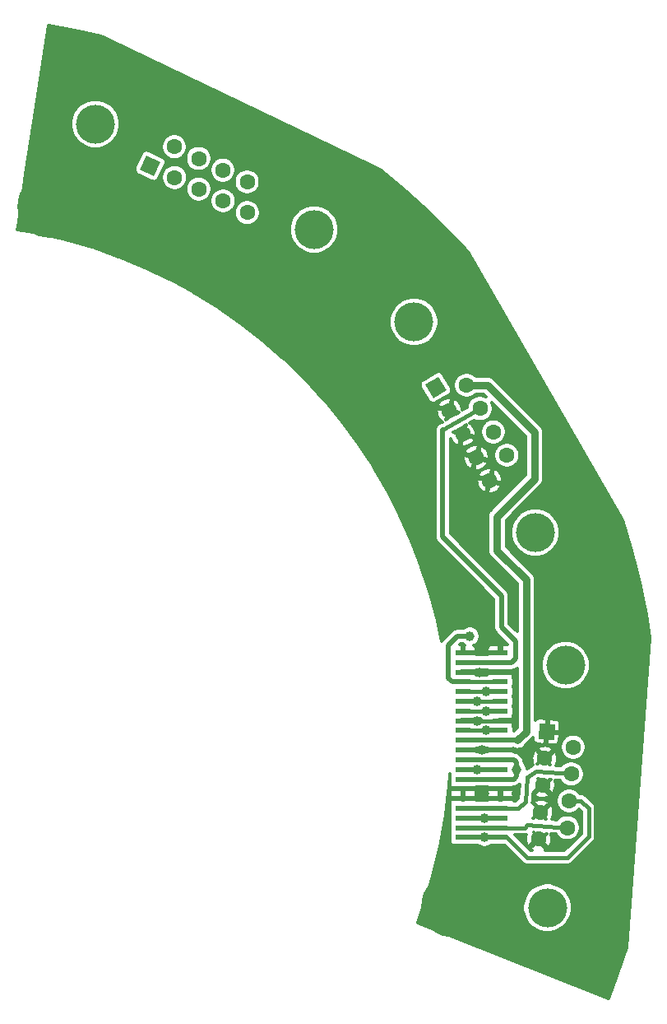
<source format=gbr>
%TF.GenerationSoftware,KiCad,Pcbnew,5.1.6*%
%TF.CreationDate,2020-07-16T12:24:58+02:00*%
%TF.ProjectId,Base-Interconnect,42617365-2d49-46e7-9465-72636f6e6e65,rev?*%
%TF.SameCoordinates,Original*%
%TF.FileFunction,Copper,L1,Top*%
%TF.FilePolarity,Positive*%
%FSLAX46Y46*%
G04 Gerber Fmt 4.6, Leading zero omitted, Abs format (unit mm)*
G04 Created by KiCad (PCBNEW 5.1.6) date 2020-07-16 12:24:58*
%MOMM*%
%LPD*%
G01*
G04 APERTURE LIST*
%TA.AperFunction,SMDPad,CuDef*%
%ADD10R,1.650000X0.600000*%
%TD*%
%TA.AperFunction,ComponentPad*%
%ADD11C,0.800000*%
%TD*%
%TA.AperFunction,ComponentPad*%
%ADD12C,6.400000*%
%TD*%
%TA.AperFunction,ComponentPad*%
%ADD13C,4.000000*%
%TD*%
%TA.AperFunction,ComponentPad*%
%ADD14C,1.600000*%
%TD*%
%TA.AperFunction,ComponentPad*%
%ADD15C,0.100000*%
%TD*%
%TA.AperFunction,ViaPad*%
%ADD16C,1.000000*%
%TD*%
%TA.AperFunction,Conductor*%
%ADD17C,0.500000*%
%TD*%
%TA.AperFunction,Conductor*%
%ADD18C,0.400000*%
%TD*%
%TA.AperFunction,Conductor*%
%ADD19C,0.800000*%
%TD*%
%TA.AperFunction,Conductor*%
%ADD20C,0.300000*%
%TD*%
G04 APERTURE END LIST*
D10*
%TO.P,J4,16*%
%TO.N,/stepper_B+*%
X208225000Y-95100000D03*
%TO.P,J4,2*%
%TO.N,/piezo_y-*%
X208225000Y-109100000D03*
%TO.P,J4,18*%
%TO.N,/analog_gnd*%
X208225000Y-93100000D03*
%TO.P,J4,7*%
%TO.N,/tunnel_gnd*%
X208225000Y-104100000D03*
%TO.P,J4,14*%
%TO.N,/stepper_B-*%
X208225000Y-97100000D03*
%TO.P,J4,8*%
%TO.N,/tunnel_signal*%
X208225000Y-103100000D03*
%TO.P,J4,12*%
%TO.N,/analog_-15V*%
X208225000Y-99100000D03*
%TO.P,J4,20*%
%TO.N,/analog_gnd*%
X208225000Y-91100000D03*
%TO.P,J4,15*%
%TO.N,/stepper_A+*%
X208225000Y-96100000D03*
%TO.P,J4,1*%
%TO.N,/piezo_y+*%
X208225000Y-110100000D03*
%TO.P,J4,3*%
%TO.N,/piezo_x+*%
X208225000Y-108100000D03*
%TO.P,J4,17*%
%TO.N,/stepper_A-*%
X208225000Y-94100000D03*
%TO.P,J4,4*%
%TO.N,/piezo_x-*%
X208225000Y-107100000D03*
%TO.P,J4,10*%
%TO.N,/analog_gnd*%
X208225000Y-101100000D03*
%TO.P,J4,19*%
%TO.N,/bias*%
X208225000Y-92100000D03*
%TO.P,J4,9*%
%TO.N,/tunnel_gnd*%
X208225000Y-102100000D03*
%TO.P,J4,5*%
%TO.N,/analog_gnd*%
X208225000Y-106100000D03*
%TO.P,J4,11*%
%TO.N,/analog_+15V*%
X208225000Y-100100000D03*
%TO.P,J4,6*%
%TO.N,/analog_gnd*%
X208225000Y-105100000D03*
%TO.P,J4,13*%
X208225000Y-98100000D03*
%TO.P,J4,20*%
X204375000Y-91100000D03*
%TO.P,J4,19*%
%TO.N,/bias*%
X204375000Y-92100000D03*
%TO.P,J4,18*%
%TO.N,/analog_gnd*%
X204375000Y-93100000D03*
%TO.P,J4,17*%
%TO.N,/stepper_A-*%
X204375000Y-94100000D03*
%TO.P,J4,16*%
%TO.N,/stepper_B+*%
X204375000Y-95100000D03*
%TO.P,J4,15*%
%TO.N,/stepper_A+*%
X204375000Y-96100000D03*
%TO.P,J4,14*%
%TO.N,/stepper_B-*%
X204375000Y-97100000D03*
%TO.P,J4,13*%
%TO.N,/analog_gnd*%
X204375000Y-98100000D03*
%TO.P,J4,12*%
%TO.N,/analog_-15V*%
X204375000Y-99100000D03*
%TO.P,J4,11*%
%TO.N,/analog_+15V*%
X204375000Y-100100000D03*
%TO.P,J4,10*%
%TO.N,/analog_gnd*%
X204375000Y-101100000D03*
%TO.P,J4,9*%
%TO.N,/tunnel_gnd*%
X204375000Y-102100000D03*
%TO.P,J4,8*%
%TO.N,/tunnel_signal*%
X204375000Y-103100000D03*
%TO.P,J4,7*%
%TO.N,/tunnel_gnd*%
X204375000Y-104100000D03*
%TO.P,J4,6*%
%TO.N,/analog_gnd*%
X204375000Y-105100000D03*
%TO.P,J4,5*%
X204375000Y-106100000D03*
%TO.P,J4,4*%
%TO.N,/piezo_x-*%
X204375000Y-107100000D03*
%TO.P,J4,3*%
%TO.N,/piezo_x+*%
X204375000Y-108100000D03*
%TO.P,J4,2*%
%TO.N,/piezo_y-*%
X204375000Y-109100000D03*
%TO.P,J4,1*%
%TO.N,/piezo_y+*%
X204375000Y-110100000D03*
%TD*%
D11*
%TO.P,H4,1*%
%TO.N,/analog_gnd*%
X204984156Y-115521744D03*
X203287100Y-114818800D03*
X201590044Y-115521744D03*
X200887100Y-117218800D03*
X201590044Y-118915856D03*
X203287100Y-119618800D03*
X204984156Y-118915856D03*
X205687100Y-117218800D03*
D12*
X203287100Y-117218800D03*
%TD*%
D11*
%TO.P,H3,1*%
%TO.N,/analog_gnd*%
X220250856Y-82682844D03*
X218553800Y-81979900D03*
X216856744Y-82682844D03*
X216153800Y-84379900D03*
X216856744Y-86076956D03*
X218553800Y-86779900D03*
X220250856Y-86076956D03*
X220953800Y-84379900D03*
D12*
X218553800Y-84379900D03*
%TD*%
D11*
%TO.P,H2,1*%
%TO.N,/analog_gnd*%
X199501356Y-46743644D03*
X197804300Y-46040700D03*
X196107244Y-46743644D03*
X195404300Y-48440700D03*
X196107244Y-50137756D03*
X197804300Y-50840700D03*
X199501356Y-50137756D03*
X200204300Y-48440700D03*
D12*
X197804300Y-48440700D03*
%TD*%
D13*
%TO.P,J3,0*%
%TO.N,Net-(J3-Pad0)*%
X214947293Y-92384639D03*
X213072825Y-117314267D03*
D14*
%TO.P,J3,9*%
%TO.N,/piezo_y-*%
X215114525Y-109099227D03*
%TO.P,J3,8*%
%TO.N,/piezo_y+*%
X215322216Y-106337024D03*
%TO.P,J3,7*%
%TO.N,/piezo_x-*%
X215529907Y-103574822D03*
%TO.P,J3,6*%
%TO.N,/piezo_x+*%
X215737598Y-100812619D03*
%TO.P,J3,5*%
%TO.N,/analog_gnd*%
X212178674Y-110267389D03*
%TO.P,J3,4*%
X212386365Y-107505186D03*
%TO.P,J3,3*%
X212594056Y-104742983D03*
%TO.P,J3,2*%
X212801747Y-101980781D03*
%TA.AperFunction,ComponentPad*%
D15*
%TO.P,J3,1*%
G36*
X213747203Y-100076309D02*
G01*
X212151707Y-99956343D01*
X212271673Y-98360847D01*
X213867169Y-98480813D01*
X213747203Y-100076309D01*
G37*
%TD.AperFunction*%
%TD*%
D13*
%TO.P,J2,0*%
%TO.N,Net-(J2-Pad0)*%
X199343189Y-57077982D03*
X211843189Y-78728618D03*
D14*
%TO.P,J2,9*%
%TO.N,/tunnel_signal*%
X208900445Y-70791636D03*
%TO.P,J2,8*%
%TO.N,/tunnel_gnd*%
X207515445Y-68392745D03*
%TO.P,J2,7*%
%TO.N,/bias*%
X206130445Y-65993855D03*
%TO.P,J2,6*%
%TO.N,/analog_+15V*%
X204745445Y-63594964D03*
%TO.P,J2,5*%
%TO.N,/analog_gnd*%
X207133433Y-73411081D03*
%TO.P,J2,4*%
X205748433Y-71012190D03*
%TO.P,J2,3*%
X204363433Y-68613300D03*
%TO.P,J2,2*%
X202978433Y-66214410D03*
%TA.AperFunction,ComponentPad*%
D15*
%TO.P,J2,1*%
%TO.N,/analog_-15V*%
G36*
X202686253Y-64108339D02*
G01*
X201300613Y-64908339D01*
X200500613Y-63522699D01*
X201886253Y-62722699D01*
X202686253Y-64108339D01*
G37*
%TD.AperFunction*%
%TD*%
D13*
%TO.P,J1,0*%
%TO.N,Net-(J1-Pad0)*%
X166541813Y-36720241D03*
X189068738Y-47561718D03*
D14*
%TO.P,J1,9*%
%TO.N,/stepper_B-*%
X182165046Y-42663303D03*
%TO.P,J1,8*%
%TO.N,/stepper_B+*%
X179669063Y-41462068D03*
%TO.P,J1,7*%
%TO.N,/stepper_A-*%
X177173080Y-40260832D03*
%TO.P,J1,6*%
%TO.N,/stepper_A+*%
X174677096Y-39059596D03*
%TO.P,J1,5*%
%TO.N,/stepper_shield*%
X182181446Y-45822980D03*
%TO.P,J1,4*%
X179685463Y-44621744D03*
%TO.P,J1,3*%
X177189480Y-43420509D03*
%TO.P,J1,2*%
X174693496Y-42219273D03*
%TA.AperFunction,ComponentPad*%
D15*
%TO.P,J1,1*%
G36*
X173265302Y-40644103D02*
G01*
X172571447Y-42085826D01*
X171129724Y-41391971D01*
X171823579Y-39950248D01*
X173265302Y-40644103D01*
G37*
%TD.AperFunction*%
%TD*%
D11*
%TO.P,H1,1*%
%TO.N,/analog_gnd*%
X163428656Y-43545544D03*
X161731600Y-42842600D03*
X160034544Y-43545544D03*
X159331600Y-45242600D03*
X160034544Y-46939656D03*
X161731600Y-47642600D03*
X163428656Y-46939656D03*
X164131600Y-45242600D03*
D12*
X161731600Y-45242600D03*
%TD*%
D16*
%TO.N,/piezo_y+*%
X206600000Y-110100000D03*
%TO.N,/piezo_x+*%
X206600000Y-108100000D03*
%TO.N,/tunnel_signal*%
X205800000Y-103100000D03*
%TO.N,/tunnel_gnd*%
X209900000Y-103100000D03*
%TO.N,/analog_gnd*%
X205800000Y-98100000D03*
X206300000Y-105600000D03*
X206300000Y-101100000D03*
X206100000Y-90800000D03*
X206100000Y-93100000D03*
X202100000Y-85600000D03*
X190800000Y-64400000D03*
X186200000Y-58500000D03*
X174000000Y-51200000D03*
X168600000Y-46600000D03*
X161900000Y-38500000D03*
X164200000Y-29800000D03*
X173500000Y-34000000D03*
X187800000Y-41100000D03*
X206600000Y-58200000D03*
X220900000Y-97000000D03*
X219700000Y-113400000D03*
X216900000Y-122500000D03*
X211900000Y-75300000D03*
%TO.N,/analog_-15V*%
X206800000Y-99100000D03*
%TO.N,/stepper_B-*%
X206800000Y-97100000D03*
%TO.N,/stepper_B+*%
X206800000Y-95100000D03*
%TO.N,/stepper_A-*%
X205100000Y-89400000D03*
%TO.N,/stepper_A+*%
X205800000Y-96100000D03*
%TD*%
D17*
%TO.N,/piezo_y-*%
X204375000Y-109100000D02*
X208225000Y-109100000D01*
D18*
X215114525Y-109099227D02*
X211000000Y-108800000D01*
X211000000Y-108800000D02*
X210700000Y-109100000D01*
X210700000Y-109100000D02*
X208225000Y-109100000D01*
D17*
%TO.N,/piezo_y+*%
X204375000Y-110100000D02*
X206600000Y-110100000D01*
X206600000Y-110100000D02*
X208225000Y-110100000D01*
D18*
X215322216Y-106337024D02*
X216537024Y-106337024D01*
X216537024Y-106337024D02*
X217300000Y-107100000D01*
X217300000Y-107100000D02*
X217300000Y-110000000D01*
X217300000Y-110000000D02*
X215100000Y-112200000D01*
X215100000Y-112200000D02*
X211000000Y-112200000D01*
X208900000Y-110100000D02*
X208225000Y-110100000D01*
X211000000Y-112200000D02*
X208900000Y-110100000D01*
D17*
%TO.N,/piezo_x-*%
X208225000Y-107100000D02*
X204375000Y-107100000D01*
D18*
X215529907Y-103574822D02*
X211900000Y-103300000D01*
X211900000Y-103300000D02*
X211000000Y-103900000D01*
X211000000Y-103900000D02*
X210800000Y-106400000D01*
X210800000Y-106400000D02*
X210100000Y-107100000D01*
X210100000Y-107100000D02*
X208225000Y-107100000D01*
D17*
%TO.N,/piezo_x+*%
X204375000Y-108100000D02*
X206600000Y-108100000D01*
X206600000Y-108100000D02*
X208225000Y-108100000D01*
%TO.N,/tunnel_signal*%
X204375000Y-103100000D02*
X206200000Y-103100000D01*
X206200000Y-103100000D02*
X208225000Y-103100000D01*
%TO.N,/tunnel_gnd*%
X204375000Y-104100000D02*
X208225000Y-104100000D01*
X208225000Y-102100000D02*
X204375000Y-102100000D01*
X209900000Y-103800000D02*
X209900000Y-103100000D01*
X209600000Y-104100000D02*
X209900000Y-103800000D01*
X208225000Y-104100000D02*
X209600000Y-104100000D01*
X209900000Y-102400000D02*
X209600000Y-102100000D01*
X209600000Y-102100000D02*
X208225000Y-102100000D01*
X209900000Y-103100000D02*
X209900000Y-102400000D01*
%TO.N,/bias*%
X204375000Y-92100000D02*
X208225000Y-92100000D01*
D18*
X206130445Y-65993855D02*
X202300000Y-68200000D01*
D17*
X202300000Y-79200000D02*
X202300000Y-68200000D01*
X208350000Y-85250000D02*
X202300000Y-79200000D01*
X208350000Y-88450000D02*
X208350000Y-85250000D01*
X209800000Y-89900000D02*
X208350000Y-88450000D01*
X209800000Y-91700000D02*
X209800000Y-89900000D01*
X209400000Y-92100000D02*
X209800000Y-91700000D01*
X208225000Y-92100000D02*
X209400000Y-92100000D01*
%TO.N,/analog_+15V*%
X204375000Y-100100000D02*
X208225000Y-100100000D01*
X208225000Y-100100000D02*
X210000000Y-100100000D01*
D19*
X206894964Y-63594964D02*
X204745445Y-63594964D01*
X211750000Y-68450000D02*
X206894964Y-63594964D01*
X211750000Y-73250000D02*
X211750000Y-68450000D01*
X207900000Y-77100000D02*
X211750000Y-73250000D01*
X207900000Y-80600000D02*
X207900000Y-77100000D01*
X210900000Y-83600000D02*
X207900000Y-80600000D01*
X210900000Y-99200000D02*
X210900000Y-83600000D01*
X210000000Y-100100000D02*
X210900000Y-99200000D01*
D17*
%TO.N,/analog_gnd*%
X204375000Y-106100000D02*
X208225000Y-106100000D01*
X208225000Y-105100000D02*
X206300000Y-105100000D01*
X205800000Y-98100000D02*
X204375000Y-98100000D01*
D18*
X208225000Y-98100000D02*
X205800000Y-98100000D01*
D17*
X206300000Y-105100000D02*
X204375000Y-105100000D01*
X208225000Y-101100000D02*
X206300000Y-101100000D01*
X206300000Y-101100000D02*
X204375000Y-101100000D01*
X208225000Y-91100000D02*
X206300000Y-91100000D01*
X206300000Y-91100000D02*
X204375000Y-91100000D01*
X208225000Y-93100000D02*
X206300000Y-93100000D01*
X206300000Y-93100000D02*
X204375000Y-93100000D01*
%TO.N,/analog_-15V*%
X208225000Y-99100000D02*
X206800000Y-99100000D01*
D18*
X206800000Y-99100000D02*
X204375000Y-99100000D01*
D17*
%TO.N,/stepper_B-*%
X206800000Y-97100000D02*
X208225000Y-97100000D01*
D18*
X206800000Y-97100000D02*
X204375000Y-97100000D01*
D17*
%TO.N,/stepper_B+*%
X206800000Y-95100000D02*
X208225000Y-95100000D01*
D18*
X206800000Y-95100000D02*
X204375000Y-95100000D01*
%TO.N,/stepper_A-*%
X204375000Y-94100000D02*
X208225000Y-94100000D01*
D17*
X204375000Y-94100000D02*
X203300000Y-94100000D01*
X203300000Y-94100000D02*
X202900000Y-93700000D01*
X202900000Y-93700000D02*
X202900000Y-90300000D01*
X203800000Y-89400000D02*
X205100000Y-89400000D01*
X202900000Y-90300000D02*
X203800000Y-89400000D01*
%TO.N,/stepper_A+*%
X205800000Y-96100000D02*
X204375000Y-96100000D01*
D18*
X205800000Y-96100000D02*
X208225000Y-96100000D01*
%TD*%
D20*
%TO.N,/analog_gnd*%
G36*
X164383540Y-27054708D02*
G01*
X167109547Y-27646769D01*
X195804822Y-41437158D01*
X198367470Y-43533337D01*
X200879190Y-45785572D01*
X203287553Y-48150799D01*
X204931598Y-49897389D01*
X220852222Y-77468716D01*
X221786390Y-80644941D01*
X222590497Y-83921318D01*
X223245529Y-87232723D01*
X223618227Y-89602096D01*
X221197970Y-121413488D01*
X220175091Y-124563331D01*
X219407392Y-126628644D01*
X199689085Y-118865071D01*
X200318687Y-117063114D01*
X210522825Y-117063114D01*
X210522825Y-117565420D01*
X210620820Y-118058074D01*
X210813045Y-118522145D01*
X211092111Y-118939797D01*
X211447295Y-119294981D01*
X211864947Y-119574047D01*
X212329018Y-119766272D01*
X212821672Y-119864267D01*
X213323978Y-119864267D01*
X213816632Y-119766272D01*
X214280703Y-119574047D01*
X214698355Y-119294981D01*
X215053539Y-118939797D01*
X215332605Y-118522145D01*
X215524830Y-118058074D01*
X215622825Y-117565420D01*
X215622825Y-117063114D01*
X215524830Y-116570460D01*
X215332605Y-116106389D01*
X215053539Y-115688737D01*
X214698355Y-115333553D01*
X214280703Y-115054487D01*
X213816632Y-114862262D01*
X213323978Y-114764267D01*
X212821672Y-114764267D01*
X212329018Y-114862262D01*
X211864947Y-115054487D01*
X211447295Y-115333553D01*
X211092111Y-115688737D01*
X210813045Y-116106389D01*
X210620820Y-116570460D01*
X210522825Y-117063114D01*
X200318687Y-117063114D01*
X200625731Y-116184340D01*
X200630757Y-116168599D01*
X200635792Y-116153020D01*
X200636427Y-116150842D01*
X201426879Y-113422878D01*
X201431047Y-113406890D01*
X201435232Y-113391060D01*
X201435749Y-113388851D01*
X202077518Y-110622131D01*
X202080830Y-110605866D01*
X202084137Y-110589908D01*
X202084534Y-110587674D01*
X202575744Y-107790297D01*
X202578187Y-107773775D01*
X202580611Y-107757763D01*
X202580881Y-107755550D01*
X202580887Y-107755511D01*
X202580890Y-107755474D01*
X202864240Y-105400000D01*
X202997339Y-105400000D01*
X203007958Y-105507819D01*
X203035921Y-105600000D01*
X203007958Y-105692181D01*
X202997339Y-105800000D01*
X203000000Y-105862500D01*
X203137500Y-106000000D01*
X204275000Y-106000000D01*
X204275000Y-105200000D01*
X204475000Y-105200000D01*
X204475000Y-106000000D01*
X205612500Y-106000000D01*
X205750000Y-105862500D01*
X205752661Y-105800000D01*
X205742042Y-105692181D01*
X205714079Y-105600000D01*
X205742042Y-105507819D01*
X205752661Y-105400000D01*
X206847339Y-105400000D01*
X206857958Y-105507819D01*
X206885921Y-105600000D01*
X206857958Y-105692181D01*
X206847339Y-105800000D01*
X206850000Y-105862500D01*
X206987500Y-106000000D01*
X208125000Y-106000000D01*
X208125000Y-105200000D01*
X208325000Y-105200000D01*
X208325000Y-106000000D01*
X209462500Y-106000000D01*
X209600000Y-105862500D01*
X209602661Y-105800000D01*
X209592042Y-105692181D01*
X209564079Y-105600000D01*
X209592042Y-105507819D01*
X209602661Y-105400000D01*
X209600000Y-105337500D01*
X209462500Y-105200000D01*
X208325000Y-105200000D01*
X208125000Y-105200000D01*
X206987500Y-105200000D01*
X206850000Y-105337500D01*
X206847339Y-105400000D01*
X205752661Y-105400000D01*
X205750000Y-105337500D01*
X205612500Y-105200000D01*
X204475000Y-105200000D01*
X204275000Y-105200000D01*
X203137500Y-105200000D01*
X203000000Y-105337500D01*
X202997339Y-105400000D01*
X202864240Y-105400000D01*
X202920097Y-104935664D01*
X202921611Y-104919372D01*
X202923199Y-104902914D01*
X202923351Y-104900651D01*
X203013641Y-103526552D01*
X203035921Y-103600000D01*
X203007958Y-103692181D01*
X202997339Y-103800000D01*
X202997339Y-104400000D01*
X203007958Y-104507819D01*
X203035921Y-104600000D01*
X203007958Y-104692181D01*
X202997339Y-104800000D01*
X203000000Y-104862500D01*
X203137500Y-105000000D01*
X204275000Y-105000000D01*
X204275000Y-104980000D01*
X204475000Y-104980000D01*
X204475000Y-105000000D01*
X205612500Y-105000000D01*
X205712500Y-104900000D01*
X206887500Y-104900000D01*
X206987500Y-105000000D01*
X208125000Y-105000000D01*
X208125000Y-104980000D01*
X208325000Y-104980000D01*
X208325000Y-105000000D01*
X209462500Y-105000000D01*
X209562339Y-104900161D01*
X209600000Y-104903870D01*
X209639291Y-104900000D01*
X209639293Y-104900000D01*
X209756827Y-104888424D01*
X209907628Y-104842679D01*
X210046606Y-104768393D01*
X210168422Y-104668422D01*
X210188043Y-104644513D01*
X210074410Y-106064929D01*
X209789340Y-106350000D01*
X209600532Y-106350000D01*
X209600000Y-106337500D01*
X209462500Y-106200000D01*
X208325000Y-106200000D01*
X208325000Y-106220000D01*
X208125000Y-106220000D01*
X208125000Y-106200000D01*
X206987500Y-106200000D01*
X206887500Y-106300000D01*
X205712500Y-106300000D01*
X205612500Y-106200000D01*
X204475000Y-106200000D01*
X204475000Y-106220000D01*
X204275000Y-106220000D01*
X204275000Y-106200000D01*
X203137500Y-106200000D01*
X203000000Y-106337500D01*
X202997339Y-106400000D01*
X203007958Y-106507819D01*
X203035921Y-106600000D01*
X203007958Y-106692181D01*
X202997339Y-106800000D01*
X202997339Y-107400000D01*
X203007958Y-107507819D01*
X203035921Y-107600000D01*
X203007958Y-107692181D01*
X202997339Y-107800000D01*
X202997339Y-108400000D01*
X203007958Y-108507819D01*
X203035921Y-108600000D01*
X203007958Y-108692181D01*
X202997339Y-108800000D01*
X202997339Y-109400000D01*
X203007958Y-109507819D01*
X203035921Y-109600000D01*
X203007958Y-109692181D01*
X202997339Y-109800000D01*
X202997339Y-110400000D01*
X203007958Y-110507819D01*
X203039408Y-110611494D01*
X203090479Y-110707042D01*
X203159210Y-110790790D01*
X203242958Y-110859521D01*
X203338506Y-110910592D01*
X203442181Y-110942042D01*
X203550000Y-110952661D01*
X205200000Y-110952661D01*
X205307819Y-110942042D01*
X205411494Y-110910592D01*
X205431310Y-110900000D01*
X205915075Y-110900000D01*
X205930664Y-110915589D01*
X206102638Y-111030498D01*
X206293726Y-111109650D01*
X206496584Y-111150000D01*
X206703416Y-111150000D01*
X206906274Y-111109650D01*
X207097362Y-111030498D01*
X207249241Y-110929016D01*
X207292181Y-110942042D01*
X207400000Y-110952661D01*
X208692002Y-110952661D01*
X210443630Y-112704291D01*
X210467105Y-112732895D01*
X210495708Y-112756369D01*
X210495715Y-112756376D01*
X210534659Y-112788336D01*
X210581307Y-112826619D01*
X210711599Y-112896261D01*
X210852974Y-112939147D01*
X210963165Y-112950000D01*
X210963182Y-112950000D01*
X210999999Y-112953626D01*
X211036816Y-112950000D01*
X215063173Y-112950000D01*
X215100000Y-112953627D01*
X215136827Y-112950000D01*
X215136835Y-112950000D01*
X215247026Y-112939147D01*
X215388401Y-112896261D01*
X215518693Y-112826619D01*
X215632895Y-112732895D01*
X215656379Y-112704280D01*
X217804286Y-110556374D01*
X217832895Y-110532895D01*
X217926619Y-110418693D01*
X217996261Y-110288401D01*
X218039147Y-110147026D01*
X218050000Y-110036835D01*
X218050000Y-110036828D01*
X218053627Y-110000000D01*
X218050000Y-109963173D01*
X218050000Y-107136827D01*
X218053627Y-107099999D01*
X218050000Y-107063172D01*
X218050000Y-107063165D01*
X218039147Y-106952974D01*
X217996261Y-106811599D01*
X217926619Y-106681307D01*
X217874529Y-106617835D01*
X217856376Y-106595716D01*
X217856374Y-106595714D01*
X217832895Y-106567105D01*
X217804287Y-106543627D01*
X217093402Y-105832743D01*
X217069919Y-105804129D01*
X216955717Y-105710405D01*
X216825425Y-105640763D01*
X216684050Y-105597877D01*
X216573859Y-105587024D01*
X216573851Y-105587024D01*
X216537024Y-105583397D01*
X216500197Y-105587024D01*
X216444713Y-105587024D01*
X216370829Y-105476449D01*
X216182791Y-105288411D01*
X215961681Y-105140670D01*
X215715996Y-105038904D01*
X215455179Y-104987024D01*
X215189253Y-104987024D01*
X214928436Y-105038904D01*
X214682751Y-105140670D01*
X214461641Y-105288411D01*
X214273603Y-105476449D01*
X214125862Y-105697559D01*
X214024096Y-105943244D01*
X213972216Y-106204061D01*
X213972216Y-106469987D01*
X214024096Y-106730804D01*
X214125862Y-106976489D01*
X214273603Y-107197599D01*
X214461641Y-107385637D01*
X214682751Y-107533378D01*
X214928436Y-107635144D01*
X215189253Y-107687024D01*
X215455179Y-107687024D01*
X215715996Y-107635144D01*
X215961681Y-107533378D01*
X216182791Y-107385637D01*
X216353884Y-107214544D01*
X216550000Y-107410660D01*
X216550001Y-109689339D01*
X214789341Y-111450000D01*
X212813211Y-111450000D01*
X212895110Y-111253674D01*
X212168070Y-110408412D01*
X211322809Y-111135452D01*
X211379937Y-111363837D01*
X211526520Y-111450000D01*
X211310661Y-111450000D01*
X209710659Y-109850000D01*
X210663173Y-109850000D01*
X210700000Y-109853627D01*
X210736827Y-109850000D01*
X210736835Y-109850000D01*
X210847026Y-109839147D01*
X210904343Y-109821760D01*
X210860024Y-109949045D01*
X210823256Y-110212417D01*
X210838575Y-110477902D01*
X210905394Y-110735298D01*
X210975114Y-110893187D01*
X211192389Y-110983825D01*
X212037651Y-110256785D01*
X212029291Y-110247066D01*
X212164533Y-110111824D01*
X211652114Y-109599405D01*
X211741619Y-109605914D01*
X212189278Y-110126366D01*
X212198997Y-110118006D01*
X212334239Y-110253248D01*
X212897511Y-109689976D01*
X212995081Y-109697072D01*
X212319697Y-110277993D01*
X213046737Y-111123254D01*
X213275122Y-111066126D01*
X213409880Y-110836872D01*
X213497324Y-110585733D01*
X213534092Y-110322361D01*
X213518773Y-110056876D01*
X213451954Y-109799480D01*
X213420391Y-109728002D01*
X213936088Y-109765506D01*
X214065912Y-109959802D01*
X214253950Y-110147840D01*
X214475060Y-110295581D01*
X214720745Y-110397347D01*
X214981562Y-110449227D01*
X215247488Y-110449227D01*
X215508305Y-110397347D01*
X215753990Y-110295581D01*
X215975100Y-110147840D01*
X216163138Y-109959802D01*
X216310879Y-109738692D01*
X216412645Y-109493007D01*
X216464525Y-109232190D01*
X216464525Y-108966264D01*
X216412645Y-108705447D01*
X216310879Y-108459762D01*
X216163138Y-108238652D01*
X215975100Y-108050614D01*
X215753990Y-107902873D01*
X215508305Y-107801107D01*
X215247488Y-107749227D01*
X214981562Y-107749227D01*
X214720745Y-107801107D01*
X214475060Y-107902873D01*
X214253950Y-108050614D01*
X214065912Y-108238652D01*
X214045308Y-108269489D01*
X213525284Y-108231670D01*
X213617571Y-108074669D01*
X213705015Y-107823530D01*
X213741783Y-107560158D01*
X213726464Y-107294673D01*
X213659645Y-107037277D01*
X213589925Y-106879388D01*
X213372650Y-106788750D01*
X212527388Y-107515790D01*
X212535748Y-107525509D01*
X212400506Y-107660751D01*
X212927987Y-108188232D01*
X212836235Y-108181559D01*
X212375761Y-107646209D01*
X212366042Y-107654569D01*
X212230800Y-107519327D01*
X211654508Y-108095619D01*
X211554987Y-108088381D01*
X212245342Y-107494582D01*
X212236982Y-107484863D01*
X212372224Y-107349621D01*
X211541879Y-106519276D01*
X211541915Y-106518901D01*
X211669929Y-106518901D01*
X212396969Y-107364163D01*
X213242230Y-106637123D01*
X213185102Y-106408738D01*
X212955848Y-106273980D01*
X212704709Y-106186536D01*
X212441337Y-106149768D01*
X212175852Y-106165087D01*
X211918456Y-106231906D01*
X211760567Y-106301626D01*
X211669929Y-106518901D01*
X211541915Y-106518901D01*
X211543449Y-106503334D01*
X211544674Y-106496526D01*
X211547073Y-106466538D01*
X211553626Y-106400001D01*
X211552947Y-106393110D01*
X211615512Y-105611046D01*
X211738191Y-105611046D01*
X211795319Y-105839431D01*
X212024573Y-105974189D01*
X212275712Y-106061633D01*
X212539084Y-106098401D01*
X212804569Y-106083082D01*
X213061965Y-106016263D01*
X213219854Y-105946543D01*
X213310492Y-105729268D01*
X212583452Y-104884006D01*
X211738191Y-105611046D01*
X211615512Y-105611046D01*
X211629111Y-105441064D01*
X212453033Y-104732379D01*
X212444673Y-104722660D01*
X212579915Y-104587418D01*
X212076331Y-104083834D01*
X212101032Y-104067366D01*
X212147888Y-104070913D01*
X212604660Y-104601960D01*
X212614379Y-104593600D01*
X212749621Y-104728842D01*
X213318892Y-104159571D01*
X213417047Y-104167002D01*
X212735079Y-104753587D01*
X213462119Y-105598848D01*
X213690504Y-105541720D01*
X213825262Y-105312466D01*
X213912706Y-105061327D01*
X213949474Y-104797955D01*
X213934155Y-104532470D01*
X213867336Y-104275074D01*
X213833538Y-104198535D01*
X214349110Y-104237569D01*
X214481294Y-104435397D01*
X214669332Y-104623435D01*
X214890442Y-104771176D01*
X215136127Y-104872942D01*
X215396944Y-104924822D01*
X215662870Y-104924822D01*
X215923687Y-104872942D01*
X216169372Y-104771176D01*
X216390482Y-104623435D01*
X216578520Y-104435397D01*
X216726261Y-104214287D01*
X216828027Y-103968602D01*
X216879907Y-103707785D01*
X216879907Y-103441859D01*
X216828027Y-103181042D01*
X216726261Y-102935357D01*
X216578520Y-102714247D01*
X216390482Y-102526209D01*
X216169372Y-102378468D01*
X215923687Y-102276702D01*
X215662870Y-102224822D01*
X215396944Y-102224822D01*
X215136127Y-102276702D01*
X214890442Y-102378468D01*
X214669332Y-102526209D01*
X214481294Y-102714247D01*
X214462826Y-102741887D01*
X213943430Y-102702563D01*
X214032953Y-102550264D01*
X214120397Y-102299125D01*
X214157165Y-102035753D01*
X214141846Y-101770268D01*
X214075027Y-101512872D01*
X214005307Y-101354983D01*
X213788032Y-101264345D01*
X212942770Y-101991385D01*
X212951130Y-102001104D01*
X212815888Y-102136346D01*
X213336126Y-102656584D01*
X213245205Y-102649700D01*
X212791143Y-102121804D01*
X212781424Y-102130164D01*
X212646182Y-101994922D01*
X212079649Y-102561455D01*
X211981903Y-102554055D01*
X212660724Y-101970177D01*
X211933684Y-101124916D01*
X211705299Y-101182044D01*
X211570541Y-101411298D01*
X211483097Y-101662437D01*
X211446329Y-101925809D01*
X211461648Y-102191294D01*
X211528467Y-102448690D01*
X211598187Y-102606579D01*
X211602815Y-102608510D01*
X211571811Y-102625040D01*
X211529809Y-102643561D01*
X211476652Y-102680845D01*
X210950000Y-103031946D01*
X210950000Y-102996584D01*
X210909650Y-102793726D01*
X210830498Y-102602638D01*
X210715589Y-102430664D01*
X210702171Y-102417246D01*
X210703870Y-102399999D01*
X210700000Y-102360707D01*
X210688424Y-102243173D01*
X210642679Y-102092372D01*
X210568393Y-101953394D01*
X210468422Y-101831578D01*
X210437897Y-101806527D01*
X210193473Y-101562103D01*
X210168422Y-101531578D01*
X210046606Y-101431607D01*
X209907628Y-101357321D01*
X209756827Y-101311576D01*
X209639293Y-101300000D01*
X209639291Y-101300000D01*
X209600000Y-101296130D01*
X209562339Y-101299839D01*
X209462500Y-101200000D01*
X208325000Y-101200000D01*
X208325000Y-101220000D01*
X208125000Y-101220000D01*
X208125000Y-101200000D01*
X206987500Y-101200000D01*
X206887500Y-101300000D01*
X205712500Y-101300000D01*
X205612500Y-101200000D01*
X204475000Y-101200000D01*
X204475000Y-101220000D01*
X204275000Y-101220000D01*
X204275000Y-101200000D01*
X204255000Y-101200000D01*
X204255000Y-101000000D01*
X204275000Y-101000000D01*
X204275000Y-100980000D01*
X204475000Y-100980000D01*
X204475000Y-101000000D01*
X205612500Y-101000000D01*
X205712500Y-100900000D01*
X206887500Y-100900000D01*
X206987500Y-101000000D01*
X208125000Y-101000000D01*
X208125000Y-100980000D01*
X208325000Y-100980000D01*
X208325000Y-101000000D01*
X209462500Y-101000000D01*
X209534254Y-100928246D01*
X209634692Y-100981931D01*
X209813768Y-101036253D01*
X210000000Y-101054595D01*
X210186232Y-101036253D01*
X210323886Y-100994496D01*
X212085311Y-100994496D01*
X212812351Y-101839758D01*
X213657612Y-101112718D01*
X213600484Y-100884333D01*
X213371230Y-100749575D01*
X213170423Y-100679656D01*
X214387598Y-100679656D01*
X214387598Y-100945582D01*
X214439478Y-101206399D01*
X214541244Y-101452084D01*
X214688985Y-101673194D01*
X214877023Y-101861232D01*
X215098133Y-102008973D01*
X215343818Y-102110739D01*
X215604635Y-102162619D01*
X215870561Y-102162619D01*
X216131378Y-102110739D01*
X216377063Y-102008973D01*
X216598173Y-101861232D01*
X216786211Y-101673194D01*
X216933952Y-101452084D01*
X217035718Y-101206399D01*
X217087598Y-100945582D01*
X217087598Y-100679656D01*
X217035718Y-100418839D01*
X216933952Y-100173154D01*
X216786211Y-99952044D01*
X216598173Y-99764006D01*
X216377063Y-99616265D01*
X216131378Y-99514499D01*
X215870561Y-99462619D01*
X215604635Y-99462619D01*
X215343818Y-99514499D01*
X215098133Y-99616265D01*
X214877023Y-99764006D01*
X214688985Y-99952044D01*
X214541244Y-100173154D01*
X214439478Y-100418839D01*
X214387598Y-100679656D01*
X213170423Y-100679656D01*
X213120091Y-100662131D01*
X212856719Y-100625363D01*
X212591234Y-100640682D01*
X212333838Y-100707501D01*
X212175949Y-100777221D01*
X212085311Y-100994496D01*
X210323886Y-100994496D01*
X210365308Y-100981931D01*
X210530345Y-100893717D01*
X210638754Y-100804748D01*
X211538757Y-99904746D01*
X211575001Y-99875001D01*
X211606900Y-99836132D01*
X211600602Y-99914905D01*
X211603107Y-100023217D01*
X211626695Y-100128958D01*
X211670458Y-100228067D01*
X211732716Y-100316732D01*
X211811075Y-100391549D01*
X211902525Y-100449640D01*
X212003550Y-100488775D01*
X212110269Y-100507448D01*
X212671385Y-100546970D01*
X212801373Y-100435163D01*
X213018245Y-100435163D01*
X213145048Y-100582585D01*
X213705765Y-100627414D01*
X213814077Y-100624909D01*
X213919818Y-100601321D01*
X214018927Y-100557558D01*
X214107592Y-100495300D01*
X214182409Y-100416941D01*
X214240500Y-100325491D01*
X214279635Y-100224466D01*
X214298308Y-100117747D01*
X214337830Y-99556631D01*
X214211027Y-99409208D01*
X213101659Y-99325794D01*
X213018245Y-100435163D01*
X212801373Y-100435163D01*
X212818808Y-100420167D01*
X212902222Y-99310799D01*
X212882278Y-99309299D01*
X212896033Y-99126357D01*
X213116654Y-99126357D01*
X214226023Y-99209771D01*
X214373445Y-99082968D01*
X214418274Y-98522251D01*
X214415769Y-98413939D01*
X214392181Y-98308198D01*
X214348418Y-98209089D01*
X214286160Y-98120424D01*
X214207801Y-98045607D01*
X214116351Y-97987516D01*
X214015326Y-97948381D01*
X213908607Y-97929708D01*
X213347491Y-97890186D01*
X213200068Y-98016989D01*
X213116654Y-99126357D01*
X212896033Y-99126357D01*
X212897274Y-99109862D01*
X212917217Y-99111362D01*
X213000631Y-98001993D01*
X212873828Y-97854571D01*
X212313111Y-97809742D01*
X212204799Y-97812247D01*
X212099058Y-97835835D01*
X211999949Y-97879598D01*
X211911284Y-97941856D01*
X211850000Y-98006041D01*
X211850000Y-92133486D01*
X212397293Y-92133486D01*
X212397293Y-92635792D01*
X212495288Y-93128446D01*
X212687513Y-93592517D01*
X212966579Y-94010169D01*
X213321763Y-94365353D01*
X213739415Y-94644419D01*
X214203486Y-94836644D01*
X214696140Y-94934639D01*
X215198446Y-94934639D01*
X215691100Y-94836644D01*
X216155171Y-94644419D01*
X216572823Y-94365353D01*
X216928007Y-94010169D01*
X217207073Y-93592517D01*
X217399298Y-93128446D01*
X217497293Y-92635792D01*
X217497293Y-92133486D01*
X217399298Y-91640832D01*
X217207073Y-91176761D01*
X216928007Y-90759109D01*
X216572823Y-90403925D01*
X216155171Y-90124859D01*
X215691100Y-89932634D01*
X215198446Y-89834639D01*
X214696140Y-89834639D01*
X214203486Y-89932634D01*
X213739415Y-90124859D01*
X213321763Y-90403925D01*
X212966579Y-90759109D01*
X212687513Y-91176761D01*
X212495288Y-91640832D01*
X212397293Y-92133486D01*
X211850000Y-92133486D01*
X211850000Y-83646657D01*
X211854595Y-83600000D01*
X211850000Y-83553343D01*
X211850000Y-83553335D01*
X211836254Y-83413768D01*
X211831083Y-83396722D01*
X211781932Y-83234691D01*
X211728264Y-83134287D01*
X211693718Y-83069655D01*
X211641614Y-83006166D01*
X211604748Y-82961245D01*
X211604745Y-82961242D01*
X211575001Y-82924999D01*
X211538757Y-82895254D01*
X208850000Y-80206498D01*
X208850000Y-78477465D01*
X209293189Y-78477465D01*
X209293189Y-78979771D01*
X209391184Y-79472425D01*
X209583409Y-79936496D01*
X209862475Y-80354148D01*
X210217659Y-80709332D01*
X210635311Y-80988398D01*
X211099382Y-81180623D01*
X211592036Y-81278618D01*
X212094342Y-81278618D01*
X212586996Y-81180623D01*
X213051067Y-80988398D01*
X213468719Y-80709332D01*
X213823903Y-80354148D01*
X214102969Y-79936496D01*
X214295194Y-79472425D01*
X214393189Y-78979771D01*
X214393189Y-78477465D01*
X214295194Y-77984811D01*
X214102969Y-77520740D01*
X213823903Y-77103088D01*
X213468719Y-76747904D01*
X213051067Y-76468838D01*
X212586996Y-76276613D01*
X212094342Y-76178618D01*
X211592036Y-76178618D01*
X211099382Y-76276613D01*
X210635311Y-76468838D01*
X210217659Y-76747904D01*
X209862475Y-77103088D01*
X209583409Y-77520740D01*
X209391184Y-77984811D01*
X209293189Y-78477465D01*
X208850000Y-78477465D01*
X208850000Y-77493502D01*
X212388757Y-73954746D01*
X212425001Y-73925001D01*
X212543718Y-73780345D01*
X212631932Y-73615308D01*
X212686254Y-73436232D01*
X212700000Y-73296665D01*
X212700000Y-73296655D01*
X212704595Y-73250001D01*
X212700000Y-73203346D01*
X212700000Y-68496657D01*
X212704595Y-68450000D01*
X212700000Y-68403343D01*
X212700000Y-68403335D01*
X212686254Y-68263768D01*
X212686254Y-68263767D01*
X212631932Y-68084691D01*
X212562871Y-67955488D01*
X212543718Y-67919655D01*
X212481339Y-67843646D01*
X212454748Y-67811245D01*
X212454745Y-67811242D01*
X212425001Y-67774999D01*
X212388757Y-67745254D01*
X207599714Y-62956212D01*
X207569965Y-62919963D01*
X207425309Y-62801246D01*
X207260272Y-62713032D01*
X207081196Y-62658710D01*
X206941629Y-62644964D01*
X206941618Y-62644964D01*
X206894964Y-62640369D01*
X206848310Y-62644964D01*
X205704633Y-62644964D01*
X205606020Y-62546351D01*
X205384910Y-62398610D01*
X205139225Y-62296844D01*
X204878408Y-62244964D01*
X204612482Y-62244964D01*
X204351665Y-62296844D01*
X204105980Y-62398610D01*
X203884870Y-62546351D01*
X203696832Y-62734389D01*
X203549091Y-62955499D01*
X203447325Y-63201184D01*
X203395445Y-63462001D01*
X203395445Y-63727927D01*
X203447325Y-63988744D01*
X203549091Y-64234429D01*
X203696832Y-64455539D01*
X203884870Y-64643577D01*
X204105980Y-64791318D01*
X204351665Y-64893084D01*
X204612482Y-64944964D01*
X204878408Y-64944964D01*
X205139225Y-64893084D01*
X205384910Y-64791318D01*
X205606020Y-64643577D01*
X205704633Y-64544964D01*
X206501462Y-64544964D01*
X206742748Y-64786250D01*
X206524225Y-64695735D01*
X206263408Y-64643855D01*
X205997482Y-64643855D01*
X205736665Y-64695735D01*
X205490980Y-64797501D01*
X205269870Y-64945242D01*
X205081832Y-65133280D01*
X204934091Y-65354390D01*
X204832325Y-65600075D01*
X204780445Y-65860892D01*
X204780445Y-65905888D01*
X204328253Y-66166328D01*
X204316449Y-65991042D01*
X204247163Y-65734300D01*
X204129120Y-65496009D01*
X203966857Y-65285325D01*
X203766609Y-65110345D01*
X203620038Y-65019202D01*
X203389471Y-65066766D01*
X203100907Y-66143699D01*
X203965368Y-66375331D01*
X203720013Y-66516643D01*
X203313042Y-66407595D01*
X203133998Y-66228551D01*
X202992574Y-66369975D01*
X203030196Y-66407597D01*
X202869762Y-67006346D01*
X202624922Y-67147362D01*
X202855959Y-66285121D01*
X201779026Y-65996557D01*
X201622550Y-66172452D01*
X201640417Y-66437778D01*
X201709703Y-66694520D01*
X201827746Y-66932811D01*
X201990009Y-67143495D01*
X202190257Y-67318475D01*
X202256406Y-67359609D01*
X202170921Y-67408843D01*
X202143174Y-67411576D01*
X201992373Y-67457321D01*
X201853395Y-67531607D01*
X201731579Y-67631578D01*
X201631608Y-67753394D01*
X201557322Y-67892372D01*
X201511577Y-68043173D01*
X201500001Y-68160707D01*
X201500000Y-79160709D01*
X201496130Y-79200000D01*
X201500000Y-79239291D01*
X201500000Y-79239292D01*
X201511576Y-79356826D01*
X201542874Y-79460000D01*
X201557321Y-79507627D01*
X201631607Y-79646606D01*
X201661773Y-79683363D01*
X201731578Y-79768422D01*
X201762103Y-79793473D01*
X207550001Y-85581372D01*
X207550000Y-88410709D01*
X207546130Y-88450000D01*
X207550000Y-88489291D01*
X207550000Y-88489292D01*
X207561576Y-88606826D01*
X207599142Y-88730664D01*
X207607321Y-88757627D01*
X207681607Y-88896606D01*
X207706950Y-88927486D01*
X207781578Y-89018422D01*
X207812103Y-89043473D01*
X209000001Y-90231372D01*
X209000001Y-90247565D01*
X208462500Y-90250000D01*
X208325000Y-90387500D01*
X208325000Y-91000000D01*
X208345000Y-91000000D01*
X208345000Y-91200000D01*
X208325000Y-91200000D01*
X208325000Y-91220000D01*
X208125000Y-91220000D01*
X208125000Y-91200000D01*
X206987500Y-91200000D01*
X206887500Y-91300000D01*
X205712500Y-91300000D01*
X205612500Y-91200000D01*
X204475000Y-91200000D01*
X204475000Y-91220000D01*
X204275000Y-91220000D01*
X204275000Y-91200000D01*
X204255000Y-91200000D01*
X204255000Y-91000000D01*
X204275000Y-91000000D01*
X204275000Y-90387500D01*
X204137500Y-90250000D01*
X204081624Y-90249747D01*
X204131371Y-90200000D01*
X204415075Y-90200000D01*
X204430664Y-90215589D01*
X204560295Y-90302205D01*
X204475000Y-90387500D01*
X204475000Y-91000000D01*
X205612500Y-91000000D01*
X205750000Y-90862500D01*
X205752661Y-90800000D01*
X206847339Y-90800000D01*
X206850000Y-90862500D01*
X206987500Y-91000000D01*
X208125000Y-91000000D01*
X208125000Y-90387500D01*
X207987500Y-90250000D01*
X207400000Y-90247339D01*
X207292181Y-90257958D01*
X207188506Y-90289408D01*
X207092958Y-90340479D01*
X207009210Y-90409210D01*
X206940479Y-90492958D01*
X206889408Y-90588506D01*
X206857958Y-90692181D01*
X206847339Y-90800000D01*
X205752661Y-90800000D01*
X205742042Y-90692181D01*
X205710592Y-90588506D01*
X205659521Y-90492958D01*
X205590790Y-90409210D01*
X205529255Y-90358709D01*
X205597362Y-90330498D01*
X205769336Y-90215589D01*
X205915589Y-90069336D01*
X206030498Y-89897362D01*
X206109650Y-89706274D01*
X206150000Y-89503416D01*
X206150000Y-89296584D01*
X206109650Y-89093726D01*
X206030498Y-88902638D01*
X205915589Y-88730664D01*
X205769336Y-88584411D01*
X205597362Y-88469502D01*
X205406274Y-88390350D01*
X205203416Y-88350000D01*
X204996584Y-88350000D01*
X204793726Y-88390350D01*
X204602638Y-88469502D01*
X204430664Y-88584411D01*
X204415075Y-88600000D01*
X203839282Y-88600000D01*
X203799999Y-88596131D01*
X203760716Y-88600000D01*
X203760707Y-88600000D01*
X203643173Y-88611576D01*
X203492372Y-88657321D01*
X203353393Y-88731607D01*
X203262098Y-88806531D01*
X203231578Y-88831578D01*
X203206531Y-88862098D01*
X202362098Y-89706532D01*
X202331579Y-89731578D01*
X202306532Y-89762098D01*
X202306531Y-89762099D01*
X202231607Y-89853394D01*
X202178130Y-89953441D01*
X201730272Y-87798508D01*
X201726486Y-87782481D01*
X201722766Y-87766480D01*
X201722198Y-87764323D01*
X201722189Y-87764286D01*
X201722179Y-87764252D01*
X200994732Y-85018851D01*
X200990115Y-85003153D01*
X200985505Y-84987276D01*
X200984810Y-84985116D01*
X200109947Y-82283039D01*
X200104453Y-82267518D01*
X200099025Y-82252009D01*
X200098214Y-82249890D01*
X199078507Y-79599078D01*
X199072192Y-79583899D01*
X199065924Y-79568685D01*
X199064999Y-79566612D01*
X197903432Y-76974824D01*
X197896288Y-76959975D01*
X197889223Y-76945155D01*
X197888188Y-76943136D01*
X196588159Y-74417957D01*
X196580170Y-74403418D01*
X196572366Y-74389100D01*
X196571234Y-74387157D01*
X196571224Y-74387139D01*
X196571214Y-74387123D01*
X195136539Y-71935959D01*
X195127775Y-71921875D01*
X195119209Y-71907999D01*
X195117973Y-71906121D01*
X195117962Y-71906103D01*
X195117950Y-71906086D01*
X193552819Y-69536096D01*
X193543331Y-69522540D01*
X193534002Y-69509113D01*
X193532655Y-69507288D01*
X191841635Y-67225390D01*
X191831476Y-67212430D01*
X191821386Y-67199464D01*
X191819942Y-67197715D01*
X190473760Y-65572805D01*
X201783225Y-65572805D01*
X201830789Y-65803372D01*
X202907722Y-66091936D01*
X203196286Y-65015003D01*
X203020391Y-64858527D01*
X202755065Y-64876394D01*
X202498323Y-64945680D01*
X202260032Y-65063723D01*
X202049348Y-65225986D01*
X201874368Y-65426234D01*
X201783225Y-65572805D01*
X190473760Y-65572805D01*
X190007995Y-65010604D01*
X189997191Y-64998259D01*
X189986374Y-64985811D01*
X189984837Y-64984142D01*
X188600936Y-63486553D01*
X199949135Y-63486553D01*
X199952680Y-63594836D01*
X199977282Y-63700346D01*
X200021995Y-63799030D01*
X200821995Y-65184670D01*
X200885101Y-65272734D01*
X200964174Y-65346795D01*
X201056177Y-65404006D01*
X201157574Y-65442169D01*
X201264467Y-65459817D01*
X201372750Y-65456272D01*
X201478260Y-65431670D01*
X201576944Y-65386957D01*
X202962584Y-64586957D01*
X203050648Y-64523851D01*
X203124709Y-64444778D01*
X203181920Y-64352775D01*
X203220083Y-64251378D01*
X203237731Y-64144485D01*
X203234186Y-64036202D01*
X203209584Y-63930692D01*
X203164871Y-63832008D01*
X202364871Y-62446368D01*
X202301765Y-62358304D01*
X202222692Y-62284243D01*
X202130689Y-62227032D01*
X202029292Y-62188869D01*
X201922399Y-62171221D01*
X201814116Y-62174766D01*
X201708606Y-62199368D01*
X201609922Y-62244081D01*
X200224282Y-63044081D01*
X200136218Y-63107187D01*
X200062157Y-63186260D01*
X200004946Y-63278263D01*
X199966783Y-63379660D01*
X199949135Y-63486553D01*
X188600936Y-63486553D01*
X188057265Y-62898220D01*
X188045688Y-62886353D01*
X188034335Y-62874633D01*
X188032710Y-62873049D01*
X185995155Y-60894420D01*
X185983026Y-60883263D01*
X185970983Y-60872107D01*
X185969275Y-60870614D01*
X183827699Y-59005069D01*
X183814961Y-58994566D01*
X183802355Y-58984096D01*
X183800569Y-58982697D01*
X181561240Y-57235697D01*
X181548009Y-57225939D01*
X181534799Y-57216125D01*
X181532940Y-57214825D01*
X180975920Y-56826829D01*
X196793189Y-56826829D01*
X196793189Y-57329135D01*
X196891184Y-57821789D01*
X197083409Y-58285860D01*
X197362475Y-58703512D01*
X197717659Y-59058696D01*
X198135311Y-59337762D01*
X198599382Y-59529987D01*
X199092036Y-59627982D01*
X199594342Y-59627982D01*
X200086996Y-59529987D01*
X200551067Y-59337762D01*
X200968719Y-59058696D01*
X201323903Y-58703512D01*
X201602969Y-58285860D01*
X201795194Y-57821789D01*
X201893189Y-57329135D01*
X201893189Y-56826829D01*
X201795194Y-56334175D01*
X201602969Y-55870104D01*
X201323903Y-55452452D01*
X200968719Y-55097268D01*
X200551067Y-54818202D01*
X200086996Y-54625977D01*
X199594342Y-54527982D01*
X199092036Y-54527982D01*
X198599382Y-54625977D01*
X198135311Y-54818202D01*
X197717659Y-55097268D01*
X197362475Y-55452452D01*
X197083409Y-55870104D01*
X196891184Y-56334175D01*
X196793189Y-56826829D01*
X180975920Y-56826829D01*
X179202413Y-55591481D01*
X179188602Y-55582405D01*
X179174953Y-55573368D01*
X179173043Y-55572181D01*
X179173026Y-55572170D01*
X179173009Y-55572160D01*
X176758120Y-54077233D01*
X176743812Y-54068903D01*
X176729720Y-54060632D01*
X176727731Y-54059540D01*
X174235515Y-52697386D01*
X174220707Y-52689805D01*
X174206259Y-52682345D01*
X174204230Y-52681370D01*
X174204215Y-52681362D01*
X174204200Y-52681356D01*
X171641981Y-51455977D01*
X171626861Y-51449242D01*
X171611955Y-51442540D01*
X171609860Y-51441669D01*
X168985110Y-50356640D01*
X168969640Y-50350729D01*
X168954401Y-50344846D01*
X168952274Y-50344095D01*
X168952262Y-50344090D01*
X168952250Y-50344086D01*
X166272674Y-49402592D01*
X166256733Y-49397471D01*
X166241372Y-49392477D01*
X166239207Y-49391840D01*
X166239196Y-49391837D01*
X166239186Y-49391834D01*
X163512614Y-48596626D01*
X163496651Y-48592436D01*
X163480811Y-48588218D01*
X163478603Y-48587698D01*
X160713006Y-47941101D01*
X160696848Y-47937781D01*
X160680795Y-47934425D01*
X160678569Y-47934025D01*
X160678562Y-47934024D01*
X160678556Y-47934023D01*
X158506580Y-47548723D01*
X158542841Y-47310565D01*
X186518738Y-47310565D01*
X186518738Y-47812871D01*
X186616733Y-48305525D01*
X186808958Y-48769596D01*
X187088024Y-49187248D01*
X187443208Y-49542432D01*
X187860860Y-49821498D01*
X188324931Y-50013723D01*
X188817585Y-50111718D01*
X189319891Y-50111718D01*
X189812545Y-50013723D01*
X190276616Y-49821498D01*
X190694268Y-49542432D01*
X191049452Y-49187248D01*
X191328518Y-48769596D01*
X191520743Y-48305525D01*
X191618738Y-47812871D01*
X191618738Y-47310565D01*
X191520743Y-46817911D01*
X191328518Y-46353840D01*
X191049452Y-45936188D01*
X190694268Y-45581004D01*
X190276616Y-45301938D01*
X189812545Y-45109713D01*
X189319891Y-45011718D01*
X188817585Y-45011718D01*
X188324931Y-45109713D01*
X187860860Y-45301938D01*
X187443208Y-45581004D01*
X187088024Y-45936188D01*
X186808958Y-46353840D01*
X186616733Y-46817911D01*
X186518738Y-47310565D01*
X158542841Y-47310565D01*
X159448691Y-41361120D01*
X170577925Y-41361120D01*
X170582509Y-41469364D01*
X170608122Y-41574633D01*
X170653780Y-41672883D01*
X170717728Y-41760337D01*
X170797509Y-41833636D01*
X170890057Y-41889961D01*
X172331780Y-42583816D01*
X172433539Y-42621004D01*
X172540596Y-42637625D01*
X172648840Y-42633041D01*
X172754109Y-42607428D01*
X172852359Y-42561770D01*
X172939813Y-42497822D01*
X173013112Y-42418041D01*
X173069437Y-42325493D01*
X173184548Y-42086310D01*
X173343496Y-42086310D01*
X173343496Y-42352236D01*
X173395376Y-42613053D01*
X173497142Y-42858738D01*
X173644883Y-43079848D01*
X173832921Y-43267886D01*
X174054031Y-43415627D01*
X174299716Y-43517393D01*
X174560533Y-43569273D01*
X174826459Y-43569273D01*
X175087276Y-43517393D01*
X175332961Y-43415627D01*
X175524647Y-43287546D01*
X175839480Y-43287546D01*
X175839480Y-43553472D01*
X175891360Y-43814289D01*
X175993126Y-44059974D01*
X176140867Y-44281084D01*
X176328905Y-44469122D01*
X176550015Y-44616863D01*
X176795700Y-44718629D01*
X177056517Y-44770509D01*
X177322443Y-44770509D01*
X177583260Y-44718629D01*
X177828945Y-44616863D01*
X178020633Y-44488781D01*
X178335463Y-44488781D01*
X178335463Y-44754707D01*
X178387343Y-45015524D01*
X178489109Y-45261209D01*
X178636850Y-45482319D01*
X178824888Y-45670357D01*
X179045998Y-45818098D01*
X179291683Y-45919864D01*
X179552500Y-45971744D01*
X179818426Y-45971744D01*
X180079243Y-45919864D01*
X180324928Y-45818098D01*
X180516614Y-45690017D01*
X180831446Y-45690017D01*
X180831446Y-45955943D01*
X180883326Y-46216760D01*
X180985092Y-46462445D01*
X181132833Y-46683555D01*
X181320871Y-46871593D01*
X181541981Y-47019334D01*
X181787666Y-47121100D01*
X182048483Y-47172980D01*
X182314409Y-47172980D01*
X182575226Y-47121100D01*
X182820911Y-47019334D01*
X183042021Y-46871593D01*
X183230059Y-46683555D01*
X183377800Y-46462445D01*
X183479566Y-46216760D01*
X183531446Y-45955943D01*
X183531446Y-45690017D01*
X183479566Y-45429200D01*
X183377800Y-45183515D01*
X183230059Y-44962405D01*
X183042021Y-44774367D01*
X182820911Y-44626626D01*
X182575226Y-44524860D01*
X182314409Y-44472980D01*
X182048483Y-44472980D01*
X181787666Y-44524860D01*
X181541981Y-44626626D01*
X181320871Y-44774367D01*
X181132833Y-44962405D01*
X180985092Y-45183515D01*
X180883326Y-45429200D01*
X180831446Y-45690017D01*
X180516614Y-45690017D01*
X180546038Y-45670357D01*
X180734076Y-45482319D01*
X180881817Y-45261209D01*
X180983583Y-45015524D01*
X181035463Y-44754707D01*
X181035463Y-44488781D01*
X180983583Y-44227964D01*
X180881817Y-43982279D01*
X180734076Y-43761169D01*
X180546038Y-43573131D01*
X180324928Y-43425390D01*
X180079243Y-43323624D01*
X179818426Y-43271744D01*
X179552500Y-43271744D01*
X179291683Y-43323624D01*
X179045998Y-43425390D01*
X178824888Y-43573131D01*
X178636850Y-43761169D01*
X178489109Y-43982279D01*
X178387343Y-44227964D01*
X178335463Y-44488781D01*
X178020633Y-44488781D01*
X178050055Y-44469122D01*
X178238093Y-44281084D01*
X178385834Y-44059974D01*
X178487600Y-43814289D01*
X178539480Y-43553472D01*
X178539480Y-43287546D01*
X178487600Y-43026729D01*
X178385834Y-42781044D01*
X178238093Y-42559934D01*
X178050055Y-42371896D01*
X177828945Y-42224155D01*
X177583260Y-42122389D01*
X177322443Y-42070509D01*
X177056517Y-42070509D01*
X176795700Y-42122389D01*
X176550015Y-42224155D01*
X176328905Y-42371896D01*
X176140867Y-42559934D01*
X175993126Y-42781044D01*
X175891360Y-43026729D01*
X175839480Y-43287546D01*
X175524647Y-43287546D01*
X175554071Y-43267886D01*
X175742109Y-43079848D01*
X175889850Y-42858738D01*
X175991616Y-42613053D01*
X176043496Y-42352236D01*
X176043496Y-42086310D01*
X175991616Y-41825493D01*
X175889850Y-41579808D01*
X175742109Y-41358698D01*
X175554071Y-41170660D01*
X175332961Y-41022919D01*
X175087276Y-40921153D01*
X174826459Y-40869273D01*
X174560533Y-40869273D01*
X174299716Y-40921153D01*
X174054031Y-41022919D01*
X173832921Y-41170660D01*
X173644883Y-41358698D01*
X173497142Y-41579808D01*
X173395376Y-41825493D01*
X173343496Y-42086310D01*
X173184548Y-42086310D01*
X173763292Y-40883770D01*
X173800480Y-40782011D01*
X173817101Y-40674954D01*
X173812517Y-40566710D01*
X173786904Y-40461441D01*
X173741246Y-40363191D01*
X173677298Y-40275737D01*
X173597517Y-40202438D01*
X173504969Y-40146113D01*
X172063246Y-39452258D01*
X171961487Y-39415070D01*
X171854430Y-39398449D01*
X171746186Y-39403033D01*
X171640917Y-39428646D01*
X171542667Y-39474304D01*
X171455213Y-39538252D01*
X171381914Y-39618033D01*
X171325589Y-39710581D01*
X170631734Y-41152304D01*
X170594546Y-41254063D01*
X170577925Y-41361120D01*
X159448691Y-41361120D01*
X160193542Y-36469088D01*
X163991813Y-36469088D01*
X163991813Y-36971394D01*
X164089808Y-37464048D01*
X164282033Y-37928119D01*
X164561099Y-38345771D01*
X164916283Y-38700955D01*
X165333935Y-38980021D01*
X165798006Y-39172246D01*
X166290660Y-39270241D01*
X166792966Y-39270241D01*
X167285620Y-39172246D01*
X167749691Y-38980021D01*
X167829591Y-38926633D01*
X173327096Y-38926633D01*
X173327096Y-39192559D01*
X173378976Y-39453376D01*
X173480742Y-39699061D01*
X173628483Y-39920171D01*
X173816521Y-40108209D01*
X174037631Y-40255950D01*
X174283316Y-40357716D01*
X174544133Y-40409596D01*
X174810059Y-40409596D01*
X175070876Y-40357716D01*
X175316561Y-40255950D01*
X175508247Y-40127869D01*
X175823080Y-40127869D01*
X175823080Y-40393795D01*
X175874960Y-40654612D01*
X175976726Y-40900297D01*
X176124467Y-41121407D01*
X176312505Y-41309445D01*
X176533615Y-41457186D01*
X176779300Y-41558952D01*
X177040117Y-41610832D01*
X177306043Y-41610832D01*
X177566860Y-41558952D01*
X177812545Y-41457186D01*
X178004231Y-41329105D01*
X178319063Y-41329105D01*
X178319063Y-41595031D01*
X178370943Y-41855848D01*
X178472709Y-42101533D01*
X178620450Y-42322643D01*
X178808488Y-42510681D01*
X179029598Y-42658422D01*
X179275283Y-42760188D01*
X179536100Y-42812068D01*
X179802026Y-42812068D01*
X180062843Y-42760188D01*
X180308528Y-42658422D01*
X180500216Y-42530340D01*
X180815046Y-42530340D01*
X180815046Y-42796266D01*
X180866926Y-43057083D01*
X180968692Y-43302768D01*
X181116433Y-43523878D01*
X181304471Y-43711916D01*
X181525581Y-43859657D01*
X181771266Y-43961423D01*
X182032083Y-44013303D01*
X182298009Y-44013303D01*
X182558826Y-43961423D01*
X182804511Y-43859657D01*
X183025621Y-43711916D01*
X183213659Y-43523878D01*
X183361400Y-43302768D01*
X183463166Y-43057083D01*
X183515046Y-42796266D01*
X183515046Y-42530340D01*
X183463166Y-42269523D01*
X183361400Y-42023838D01*
X183213659Y-41802728D01*
X183025621Y-41614690D01*
X182804511Y-41466949D01*
X182558826Y-41365183D01*
X182298009Y-41313303D01*
X182032083Y-41313303D01*
X181771266Y-41365183D01*
X181525581Y-41466949D01*
X181304471Y-41614690D01*
X181116433Y-41802728D01*
X180968692Y-42023838D01*
X180866926Y-42269523D01*
X180815046Y-42530340D01*
X180500216Y-42530340D01*
X180529638Y-42510681D01*
X180717676Y-42322643D01*
X180865417Y-42101533D01*
X180967183Y-41855848D01*
X181019063Y-41595031D01*
X181019063Y-41329105D01*
X180967183Y-41068288D01*
X180865417Y-40822603D01*
X180717676Y-40601493D01*
X180529638Y-40413455D01*
X180308528Y-40265714D01*
X180062843Y-40163948D01*
X179802026Y-40112068D01*
X179536100Y-40112068D01*
X179275283Y-40163948D01*
X179029598Y-40265714D01*
X178808488Y-40413455D01*
X178620450Y-40601493D01*
X178472709Y-40822603D01*
X178370943Y-41068288D01*
X178319063Y-41329105D01*
X178004231Y-41329105D01*
X178033655Y-41309445D01*
X178221693Y-41121407D01*
X178369434Y-40900297D01*
X178471200Y-40654612D01*
X178523080Y-40393795D01*
X178523080Y-40127869D01*
X178471200Y-39867052D01*
X178369434Y-39621367D01*
X178221693Y-39400257D01*
X178033655Y-39212219D01*
X177812545Y-39064478D01*
X177566860Y-38962712D01*
X177306043Y-38910832D01*
X177040117Y-38910832D01*
X176779300Y-38962712D01*
X176533615Y-39064478D01*
X176312505Y-39212219D01*
X176124467Y-39400257D01*
X175976726Y-39621367D01*
X175874960Y-39867052D01*
X175823080Y-40127869D01*
X175508247Y-40127869D01*
X175537671Y-40108209D01*
X175725709Y-39920171D01*
X175873450Y-39699061D01*
X175975216Y-39453376D01*
X176027096Y-39192559D01*
X176027096Y-38926633D01*
X175975216Y-38665816D01*
X175873450Y-38420131D01*
X175725709Y-38199021D01*
X175537671Y-38010983D01*
X175316561Y-37863242D01*
X175070876Y-37761476D01*
X174810059Y-37709596D01*
X174544133Y-37709596D01*
X174283316Y-37761476D01*
X174037631Y-37863242D01*
X173816521Y-38010983D01*
X173628483Y-38199021D01*
X173480742Y-38420131D01*
X173378976Y-38665816D01*
X173327096Y-38926633D01*
X167829591Y-38926633D01*
X168167343Y-38700955D01*
X168522527Y-38345771D01*
X168801593Y-37928119D01*
X168993818Y-37464048D01*
X169091813Y-36971394D01*
X169091813Y-36469088D01*
X168993818Y-35976434D01*
X168801593Y-35512363D01*
X168522527Y-35094711D01*
X168167343Y-34739527D01*
X167749691Y-34460461D01*
X167285620Y-34268236D01*
X166792966Y-34170241D01*
X166290660Y-34170241D01*
X165798006Y-34268236D01*
X165333935Y-34460461D01*
X164916283Y-34739527D01*
X164561099Y-35094711D01*
X164282033Y-35512363D01*
X164089808Y-35976434D01*
X163991813Y-36469088D01*
X160193542Y-36469088D01*
X161697980Y-26588237D01*
X164383540Y-27054708D01*
G37*
X164383540Y-27054708D02*
X167109547Y-27646769D01*
X195804822Y-41437158D01*
X198367470Y-43533337D01*
X200879190Y-45785572D01*
X203287553Y-48150799D01*
X204931598Y-49897389D01*
X220852222Y-77468716D01*
X221786390Y-80644941D01*
X222590497Y-83921318D01*
X223245529Y-87232723D01*
X223618227Y-89602096D01*
X221197970Y-121413488D01*
X220175091Y-124563331D01*
X219407392Y-126628644D01*
X199689085Y-118865071D01*
X200318687Y-117063114D01*
X210522825Y-117063114D01*
X210522825Y-117565420D01*
X210620820Y-118058074D01*
X210813045Y-118522145D01*
X211092111Y-118939797D01*
X211447295Y-119294981D01*
X211864947Y-119574047D01*
X212329018Y-119766272D01*
X212821672Y-119864267D01*
X213323978Y-119864267D01*
X213816632Y-119766272D01*
X214280703Y-119574047D01*
X214698355Y-119294981D01*
X215053539Y-118939797D01*
X215332605Y-118522145D01*
X215524830Y-118058074D01*
X215622825Y-117565420D01*
X215622825Y-117063114D01*
X215524830Y-116570460D01*
X215332605Y-116106389D01*
X215053539Y-115688737D01*
X214698355Y-115333553D01*
X214280703Y-115054487D01*
X213816632Y-114862262D01*
X213323978Y-114764267D01*
X212821672Y-114764267D01*
X212329018Y-114862262D01*
X211864947Y-115054487D01*
X211447295Y-115333553D01*
X211092111Y-115688737D01*
X210813045Y-116106389D01*
X210620820Y-116570460D01*
X210522825Y-117063114D01*
X200318687Y-117063114D01*
X200625731Y-116184340D01*
X200630757Y-116168599D01*
X200635792Y-116153020D01*
X200636427Y-116150842D01*
X201426879Y-113422878D01*
X201431047Y-113406890D01*
X201435232Y-113391060D01*
X201435749Y-113388851D01*
X202077518Y-110622131D01*
X202080830Y-110605866D01*
X202084137Y-110589908D01*
X202084534Y-110587674D01*
X202575744Y-107790297D01*
X202578187Y-107773775D01*
X202580611Y-107757763D01*
X202580881Y-107755550D01*
X202580887Y-107755511D01*
X202580890Y-107755474D01*
X202864240Y-105400000D01*
X202997339Y-105400000D01*
X203007958Y-105507819D01*
X203035921Y-105600000D01*
X203007958Y-105692181D01*
X202997339Y-105800000D01*
X203000000Y-105862500D01*
X203137500Y-106000000D01*
X204275000Y-106000000D01*
X204275000Y-105200000D01*
X204475000Y-105200000D01*
X204475000Y-106000000D01*
X205612500Y-106000000D01*
X205750000Y-105862500D01*
X205752661Y-105800000D01*
X205742042Y-105692181D01*
X205714079Y-105600000D01*
X205742042Y-105507819D01*
X205752661Y-105400000D01*
X206847339Y-105400000D01*
X206857958Y-105507819D01*
X206885921Y-105600000D01*
X206857958Y-105692181D01*
X206847339Y-105800000D01*
X206850000Y-105862500D01*
X206987500Y-106000000D01*
X208125000Y-106000000D01*
X208125000Y-105200000D01*
X208325000Y-105200000D01*
X208325000Y-106000000D01*
X209462500Y-106000000D01*
X209600000Y-105862500D01*
X209602661Y-105800000D01*
X209592042Y-105692181D01*
X209564079Y-105600000D01*
X209592042Y-105507819D01*
X209602661Y-105400000D01*
X209600000Y-105337500D01*
X209462500Y-105200000D01*
X208325000Y-105200000D01*
X208125000Y-105200000D01*
X206987500Y-105200000D01*
X206850000Y-105337500D01*
X206847339Y-105400000D01*
X205752661Y-105400000D01*
X205750000Y-105337500D01*
X205612500Y-105200000D01*
X204475000Y-105200000D01*
X204275000Y-105200000D01*
X203137500Y-105200000D01*
X203000000Y-105337500D01*
X202997339Y-105400000D01*
X202864240Y-105400000D01*
X202920097Y-104935664D01*
X202921611Y-104919372D01*
X202923199Y-104902914D01*
X202923351Y-104900651D01*
X203013641Y-103526552D01*
X203035921Y-103600000D01*
X203007958Y-103692181D01*
X202997339Y-103800000D01*
X202997339Y-104400000D01*
X203007958Y-104507819D01*
X203035921Y-104600000D01*
X203007958Y-104692181D01*
X202997339Y-104800000D01*
X203000000Y-104862500D01*
X203137500Y-105000000D01*
X204275000Y-105000000D01*
X204275000Y-104980000D01*
X204475000Y-104980000D01*
X204475000Y-105000000D01*
X205612500Y-105000000D01*
X205712500Y-104900000D01*
X206887500Y-104900000D01*
X206987500Y-105000000D01*
X208125000Y-105000000D01*
X208125000Y-104980000D01*
X208325000Y-104980000D01*
X208325000Y-105000000D01*
X209462500Y-105000000D01*
X209562339Y-104900161D01*
X209600000Y-104903870D01*
X209639291Y-104900000D01*
X209639293Y-104900000D01*
X209756827Y-104888424D01*
X209907628Y-104842679D01*
X210046606Y-104768393D01*
X210168422Y-104668422D01*
X210188043Y-104644513D01*
X210074410Y-106064929D01*
X209789340Y-106350000D01*
X209600532Y-106350000D01*
X209600000Y-106337500D01*
X209462500Y-106200000D01*
X208325000Y-106200000D01*
X208325000Y-106220000D01*
X208125000Y-106220000D01*
X208125000Y-106200000D01*
X206987500Y-106200000D01*
X206887500Y-106300000D01*
X205712500Y-106300000D01*
X205612500Y-106200000D01*
X204475000Y-106200000D01*
X204475000Y-106220000D01*
X204275000Y-106220000D01*
X204275000Y-106200000D01*
X203137500Y-106200000D01*
X203000000Y-106337500D01*
X202997339Y-106400000D01*
X203007958Y-106507819D01*
X203035921Y-106600000D01*
X203007958Y-106692181D01*
X202997339Y-106800000D01*
X202997339Y-107400000D01*
X203007958Y-107507819D01*
X203035921Y-107600000D01*
X203007958Y-107692181D01*
X202997339Y-107800000D01*
X202997339Y-108400000D01*
X203007958Y-108507819D01*
X203035921Y-108600000D01*
X203007958Y-108692181D01*
X202997339Y-108800000D01*
X202997339Y-109400000D01*
X203007958Y-109507819D01*
X203035921Y-109600000D01*
X203007958Y-109692181D01*
X202997339Y-109800000D01*
X202997339Y-110400000D01*
X203007958Y-110507819D01*
X203039408Y-110611494D01*
X203090479Y-110707042D01*
X203159210Y-110790790D01*
X203242958Y-110859521D01*
X203338506Y-110910592D01*
X203442181Y-110942042D01*
X203550000Y-110952661D01*
X205200000Y-110952661D01*
X205307819Y-110942042D01*
X205411494Y-110910592D01*
X205431310Y-110900000D01*
X205915075Y-110900000D01*
X205930664Y-110915589D01*
X206102638Y-111030498D01*
X206293726Y-111109650D01*
X206496584Y-111150000D01*
X206703416Y-111150000D01*
X206906274Y-111109650D01*
X207097362Y-111030498D01*
X207249241Y-110929016D01*
X207292181Y-110942042D01*
X207400000Y-110952661D01*
X208692002Y-110952661D01*
X210443630Y-112704291D01*
X210467105Y-112732895D01*
X210495708Y-112756369D01*
X210495715Y-112756376D01*
X210534659Y-112788336D01*
X210581307Y-112826619D01*
X210711599Y-112896261D01*
X210852974Y-112939147D01*
X210963165Y-112950000D01*
X210963182Y-112950000D01*
X210999999Y-112953626D01*
X211036816Y-112950000D01*
X215063173Y-112950000D01*
X215100000Y-112953627D01*
X215136827Y-112950000D01*
X215136835Y-112950000D01*
X215247026Y-112939147D01*
X215388401Y-112896261D01*
X215518693Y-112826619D01*
X215632895Y-112732895D01*
X215656379Y-112704280D01*
X217804286Y-110556374D01*
X217832895Y-110532895D01*
X217926619Y-110418693D01*
X217996261Y-110288401D01*
X218039147Y-110147026D01*
X218050000Y-110036835D01*
X218050000Y-110036828D01*
X218053627Y-110000000D01*
X218050000Y-109963173D01*
X218050000Y-107136827D01*
X218053627Y-107099999D01*
X218050000Y-107063172D01*
X218050000Y-107063165D01*
X218039147Y-106952974D01*
X217996261Y-106811599D01*
X217926619Y-106681307D01*
X217874529Y-106617835D01*
X217856376Y-106595716D01*
X217856374Y-106595714D01*
X217832895Y-106567105D01*
X217804287Y-106543627D01*
X217093402Y-105832743D01*
X217069919Y-105804129D01*
X216955717Y-105710405D01*
X216825425Y-105640763D01*
X216684050Y-105597877D01*
X216573859Y-105587024D01*
X216573851Y-105587024D01*
X216537024Y-105583397D01*
X216500197Y-105587024D01*
X216444713Y-105587024D01*
X216370829Y-105476449D01*
X216182791Y-105288411D01*
X215961681Y-105140670D01*
X215715996Y-105038904D01*
X215455179Y-104987024D01*
X215189253Y-104987024D01*
X214928436Y-105038904D01*
X214682751Y-105140670D01*
X214461641Y-105288411D01*
X214273603Y-105476449D01*
X214125862Y-105697559D01*
X214024096Y-105943244D01*
X213972216Y-106204061D01*
X213972216Y-106469987D01*
X214024096Y-106730804D01*
X214125862Y-106976489D01*
X214273603Y-107197599D01*
X214461641Y-107385637D01*
X214682751Y-107533378D01*
X214928436Y-107635144D01*
X215189253Y-107687024D01*
X215455179Y-107687024D01*
X215715996Y-107635144D01*
X215961681Y-107533378D01*
X216182791Y-107385637D01*
X216353884Y-107214544D01*
X216550000Y-107410660D01*
X216550001Y-109689339D01*
X214789341Y-111450000D01*
X212813211Y-111450000D01*
X212895110Y-111253674D01*
X212168070Y-110408412D01*
X211322809Y-111135452D01*
X211379937Y-111363837D01*
X211526520Y-111450000D01*
X211310661Y-111450000D01*
X209710659Y-109850000D01*
X210663173Y-109850000D01*
X210700000Y-109853627D01*
X210736827Y-109850000D01*
X210736835Y-109850000D01*
X210847026Y-109839147D01*
X210904343Y-109821760D01*
X210860024Y-109949045D01*
X210823256Y-110212417D01*
X210838575Y-110477902D01*
X210905394Y-110735298D01*
X210975114Y-110893187D01*
X211192389Y-110983825D01*
X212037651Y-110256785D01*
X212029291Y-110247066D01*
X212164533Y-110111824D01*
X211652114Y-109599405D01*
X211741619Y-109605914D01*
X212189278Y-110126366D01*
X212198997Y-110118006D01*
X212334239Y-110253248D01*
X212897511Y-109689976D01*
X212995081Y-109697072D01*
X212319697Y-110277993D01*
X213046737Y-111123254D01*
X213275122Y-111066126D01*
X213409880Y-110836872D01*
X213497324Y-110585733D01*
X213534092Y-110322361D01*
X213518773Y-110056876D01*
X213451954Y-109799480D01*
X213420391Y-109728002D01*
X213936088Y-109765506D01*
X214065912Y-109959802D01*
X214253950Y-110147840D01*
X214475060Y-110295581D01*
X214720745Y-110397347D01*
X214981562Y-110449227D01*
X215247488Y-110449227D01*
X215508305Y-110397347D01*
X215753990Y-110295581D01*
X215975100Y-110147840D01*
X216163138Y-109959802D01*
X216310879Y-109738692D01*
X216412645Y-109493007D01*
X216464525Y-109232190D01*
X216464525Y-108966264D01*
X216412645Y-108705447D01*
X216310879Y-108459762D01*
X216163138Y-108238652D01*
X215975100Y-108050614D01*
X215753990Y-107902873D01*
X215508305Y-107801107D01*
X215247488Y-107749227D01*
X214981562Y-107749227D01*
X214720745Y-107801107D01*
X214475060Y-107902873D01*
X214253950Y-108050614D01*
X214065912Y-108238652D01*
X214045308Y-108269489D01*
X213525284Y-108231670D01*
X213617571Y-108074669D01*
X213705015Y-107823530D01*
X213741783Y-107560158D01*
X213726464Y-107294673D01*
X213659645Y-107037277D01*
X213589925Y-106879388D01*
X213372650Y-106788750D01*
X212527388Y-107515790D01*
X212535748Y-107525509D01*
X212400506Y-107660751D01*
X212927987Y-108188232D01*
X212836235Y-108181559D01*
X212375761Y-107646209D01*
X212366042Y-107654569D01*
X212230800Y-107519327D01*
X211654508Y-108095619D01*
X211554987Y-108088381D01*
X212245342Y-107494582D01*
X212236982Y-107484863D01*
X212372224Y-107349621D01*
X211541879Y-106519276D01*
X211541915Y-106518901D01*
X211669929Y-106518901D01*
X212396969Y-107364163D01*
X213242230Y-106637123D01*
X213185102Y-106408738D01*
X212955848Y-106273980D01*
X212704709Y-106186536D01*
X212441337Y-106149768D01*
X212175852Y-106165087D01*
X211918456Y-106231906D01*
X211760567Y-106301626D01*
X211669929Y-106518901D01*
X211541915Y-106518901D01*
X211543449Y-106503334D01*
X211544674Y-106496526D01*
X211547073Y-106466538D01*
X211553626Y-106400001D01*
X211552947Y-106393110D01*
X211615512Y-105611046D01*
X211738191Y-105611046D01*
X211795319Y-105839431D01*
X212024573Y-105974189D01*
X212275712Y-106061633D01*
X212539084Y-106098401D01*
X212804569Y-106083082D01*
X213061965Y-106016263D01*
X213219854Y-105946543D01*
X213310492Y-105729268D01*
X212583452Y-104884006D01*
X211738191Y-105611046D01*
X211615512Y-105611046D01*
X211629111Y-105441064D01*
X212453033Y-104732379D01*
X212444673Y-104722660D01*
X212579915Y-104587418D01*
X212076331Y-104083834D01*
X212101032Y-104067366D01*
X212147888Y-104070913D01*
X212604660Y-104601960D01*
X212614379Y-104593600D01*
X212749621Y-104728842D01*
X213318892Y-104159571D01*
X213417047Y-104167002D01*
X212735079Y-104753587D01*
X213462119Y-105598848D01*
X213690504Y-105541720D01*
X213825262Y-105312466D01*
X213912706Y-105061327D01*
X213949474Y-104797955D01*
X213934155Y-104532470D01*
X213867336Y-104275074D01*
X213833538Y-104198535D01*
X214349110Y-104237569D01*
X214481294Y-104435397D01*
X214669332Y-104623435D01*
X214890442Y-104771176D01*
X215136127Y-104872942D01*
X215396944Y-104924822D01*
X215662870Y-104924822D01*
X215923687Y-104872942D01*
X216169372Y-104771176D01*
X216390482Y-104623435D01*
X216578520Y-104435397D01*
X216726261Y-104214287D01*
X216828027Y-103968602D01*
X216879907Y-103707785D01*
X216879907Y-103441859D01*
X216828027Y-103181042D01*
X216726261Y-102935357D01*
X216578520Y-102714247D01*
X216390482Y-102526209D01*
X216169372Y-102378468D01*
X215923687Y-102276702D01*
X215662870Y-102224822D01*
X215396944Y-102224822D01*
X215136127Y-102276702D01*
X214890442Y-102378468D01*
X214669332Y-102526209D01*
X214481294Y-102714247D01*
X214462826Y-102741887D01*
X213943430Y-102702563D01*
X214032953Y-102550264D01*
X214120397Y-102299125D01*
X214157165Y-102035753D01*
X214141846Y-101770268D01*
X214075027Y-101512872D01*
X214005307Y-101354983D01*
X213788032Y-101264345D01*
X212942770Y-101991385D01*
X212951130Y-102001104D01*
X212815888Y-102136346D01*
X213336126Y-102656584D01*
X213245205Y-102649700D01*
X212791143Y-102121804D01*
X212781424Y-102130164D01*
X212646182Y-101994922D01*
X212079649Y-102561455D01*
X211981903Y-102554055D01*
X212660724Y-101970177D01*
X211933684Y-101124916D01*
X211705299Y-101182044D01*
X211570541Y-101411298D01*
X211483097Y-101662437D01*
X211446329Y-101925809D01*
X211461648Y-102191294D01*
X211528467Y-102448690D01*
X211598187Y-102606579D01*
X211602815Y-102608510D01*
X211571811Y-102625040D01*
X211529809Y-102643561D01*
X211476652Y-102680845D01*
X210950000Y-103031946D01*
X210950000Y-102996584D01*
X210909650Y-102793726D01*
X210830498Y-102602638D01*
X210715589Y-102430664D01*
X210702171Y-102417246D01*
X210703870Y-102399999D01*
X210700000Y-102360707D01*
X210688424Y-102243173D01*
X210642679Y-102092372D01*
X210568393Y-101953394D01*
X210468422Y-101831578D01*
X210437897Y-101806527D01*
X210193473Y-101562103D01*
X210168422Y-101531578D01*
X210046606Y-101431607D01*
X209907628Y-101357321D01*
X209756827Y-101311576D01*
X209639293Y-101300000D01*
X209639291Y-101300000D01*
X209600000Y-101296130D01*
X209562339Y-101299839D01*
X209462500Y-101200000D01*
X208325000Y-101200000D01*
X208325000Y-101220000D01*
X208125000Y-101220000D01*
X208125000Y-101200000D01*
X206987500Y-101200000D01*
X206887500Y-101300000D01*
X205712500Y-101300000D01*
X205612500Y-101200000D01*
X204475000Y-101200000D01*
X204475000Y-101220000D01*
X204275000Y-101220000D01*
X204275000Y-101200000D01*
X204255000Y-101200000D01*
X204255000Y-101000000D01*
X204275000Y-101000000D01*
X204275000Y-100980000D01*
X204475000Y-100980000D01*
X204475000Y-101000000D01*
X205612500Y-101000000D01*
X205712500Y-100900000D01*
X206887500Y-100900000D01*
X206987500Y-101000000D01*
X208125000Y-101000000D01*
X208125000Y-100980000D01*
X208325000Y-100980000D01*
X208325000Y-101000000D01*
X209462500Y-101000000D01*
X209534254Y-100928246D01*
X209634692Y-100981931D01*
X209813768Y-101036253D01*
X210000000Y-101054595D01*
X210186232Y-101036253D01*
X210323886Y-100994496D01*
X212085311Y-100994496D01*
X212812351Y-101839758D01*
X213657612Y-101112718D01*
X213600484Y-100884333D01*
X213371230Y-100749575D01*
X213170423Y-100679656D01*
X214387598Y-100679656D01*
X214387598Y-100945582D01*
X214439478Y-101206399D01*
X214541244Y-101452084D01*
X214688985Y-101673194D01*
X214877023Y-101861232D01*
X215098133Y-102008973D01*
X215343818Y-102110739D01*
X215604635Y-102162619D01*
X215870561Y-102162619D01*
X216131378Y-102110739D01*
X216377063Y-102008973D01*
X216598173Y-101861232D01*
X216786211Y-101673194D01*
X216933952Y-101452084D01*
X217035718Y-101206399D01*
X217087598Y-100945582D01*
X217087598Y-100679656D01*
X217035718Y-100418839D01*
X216933952Y-100173154D01*
X216786211Y-99952044D01*
X216598173Y-99764006D01*
X216377063Y-99616265D01*
X216131378Y-99514499D01*
X215870561Y-99462619D01*
X215604635Y-99462619D01*
X215343818Y-99514499D01*
X215098133Y-99616265D01*
X214877023Y-99764006D01*
X214688985Y-99952044D01*
X214541244Y-100173154D01*
X214439478Y-100418839D01*
X214387598Y-100679656D01*
X213170423Y-100679656D01*
X213120091Y-100662131D01*
X212856719Y-100625363D01*
X212591234Y-100640682D01*
X212333838Y-100707501D01*
X212175949Y-100777221D01*
X212085311Y-100994496D01*
X210323886Y-100994496D01*
X210365308Y-100981931D01*
X210530345Y-100893717D01*
X210638754Y-100804748D01*
X211538757Y-99904746D01*
X211575001Y-99875001D01*
X211606900Y-99836132D01*
X211600602Y-99914905D01*
X211603107Y-100023217D01*
X211626695Y-100128958D01*
X211670458Y-100228067D01*
X211732716Y-100316732D01*
X211811075Y-100391549D01*
X211902525Y-100449640D01*
X212003550Y-100488775D01*
X212110269Y-100507448D01*
X212671385Y-100546970D01*
X212801373Y-100435163D01*
X213018245Y-100435163D01*
X213145048Y-100582585D01*
X213705765Y-100627414D01*
X213814077Y-100624909D01*
X213919818Y-100601321D01*
X214018927Y-100557558D01*
X214107592Y-100495300D01*
X214182409Y-100416941D01*
X214240500Y-100325491D01*
X214279635Y-100224466D01*
X214298308Y-100117747D01*
X214337830Y-99556631D01*
X214211027Y-99409208D01*
X213101659Y-99325794D01*
X213018245Y-100435163D01*
X212801373Y-100435163D01*
X212818808Y-100420167D01*
X212902222Y-99310799D01*
X212882278Y-99309299D01*
X212896033Y-99126357D01*
X213116654Y-99126357D01*
X214226023Y-99209771D01*
X214373445Y-99082968D01*
X214418274Y-98522251D01*
X214415769Y-98413939D01*
X214392181Y-98308198D01*
X214348418Y-98209089D01*
X214286160Y-98120424D01*
X214207801Y-98045607D01*
X214116351Y-97987516D01*
X214015326Y-97948381D01*
X213908607Y-97929708D01*
X213347491Y-97890186D01*
X213200068Y-98016989D01*
X213116654Y-99126357D01*
X212896033Y-99126357D01*
X212897274Y-99109862D01*
X212917217Y-99111362D01*
X213000631Y-98001993D01*
X212873828Y-97854571D01*
X212313111Y-97809742D01*
X212204799Y-97812247D01*
X212099058Y-97835835D01*
X211999949Y-97879598D01*
X211911284Y-97941856D01*
X211850000Y-98006041D01*
X211850000Y-92133486D01*
X212397293Y-92133486D01*
X212397293Y-92635792D01*
X212495288Y-93128446D01*
X212687513Y-93592517D01*
X212966579Y-94010169D01*
X213321763Y-94365353D01*
X213739415Y-94644419D01*
X214203486Y-94836644D01*
X214696140Y-94934639D01*
X215198446Y-94934639D01*
X215691100Y-94836644D01*
X216155171Y-94644419D01*
X216572823Y-94365353D01*
X216928007Y-94010169D01*
X217207073Y-93592517D01*
X217399298Y-93128446D01*
X217497293Y-92635792D01*
X217497293Y-92133486D01*
X217399298Y-91640832D01*
X217207073Y-91176761D01*
X216928007Y-90759109D01*
X216572823Y-90403925D01*
X216155171Y-90124859D01*
X215691100Y-89932634D01*
X215198446Y-89834639D01*
X214696140Y-89834639D01*
X214203486Y-89932634D01*
X213739415Y-90124859D01*
X213321763Y-90403925D01*
X212966579Y-90759109D01*
X212687513Y-91176761D01*
X212495288Y-91640832D01*
X212397293Y-92133486D01*
X211850000Y-92133486D01*
X211850000Y-83646657D01*
X211854595Y-83600000D01*
X211850000Y-83553343D01*
X211850000Y-83553335D01*
X211836254Y-83413768D01*
X211831083Y-83396722D01*
X211781932Y-83234691D01*
X211728264Y-83134287D01*
X211693718Y-83069655D01*
X211641614Y-83006166D01*
X211604748Y-82961245D01*
X211604745Y-82961242D01*
X211575001Y-82924999D01*
X211538757Y-82895254D01*
X208850000Y-80206498D01*
X208850000Y-78477465D01*
X209293189Y-78477465D01*
X209293189Y-78979771D01*
X209391184Y-79472425D01*
X209583409Y-79936496D01*
X209862475Y-80354148D01*
X210217659Y-80709332D01*
X210635311Y-80988398D01*
X211099382Y-81180623D01*
X211592036Y-81278618D01*
X212094342Y-81278618D01*
X212586996Y-81180623D01*
X213051067Y-80988398D01*
X213468719Y-80709332D01*
X213823903Y-80354148D01*
X214102969Y-79936496D01*
X214295194Y-79472425D01*
X214393189Y-78979771D01*
X214393189Y-78477465D01*
X214295194Y-77984811D01*
X214102969Y-77520740D01*
X213823903Y-77103088D01*
X213468719Y-76747904D01*
X213051067Y-76468838D01*
X212586996Y-76276613D01*
X212094342Y-76178618D01*
X211592036Y-76178618D01*
X211099382Y-76276613D01*
X210635311Y-76468838D01*
X210217659Y-76747904D01*
X209862475Y-77103088D01*
X209583409Y-77520740D01*
X209391184Y-77984811D01*
X209293189Y-78477465D01*
X208850000Y-78477465D01*
X208850000Y-77493502D01*
X212388757Y-73954746D01*
X212425001Y-73925001D01*
X212543718Y-73780345D01*
X212631932Y-73615308D01*
X212686254Y-73436232D01*
X212700000Y-73296665D01*
X212700000Y-73296655D01*
X212704595Y-73250001D01*
X212700000Y-73203346D01*
X212700000Y-68496657D01*
X212704595Y-68450000D01*
X212700000Y-68403343D01*
X212700000Y-68403335D01*
X212686254Y-68263768D01*
X212686254Y-68263767D01*
X212631932Y-68084691D01*
X212562871Y-67955488D01*
X212543718Y-67919655D01*
X212481339Y-67843646D01*
X212454748Y-67811245D01*
X212454745Y-67811242D01*
X212425001Y-67774999D01*
X212388757Y-67745254D01*
X207599714Y-62956212D01*
X207569965Y-62919963D01*
X207425309Y-62801246D01*
X207260272Y-62713032D01*
X207081196Y-62658710D01*
X206941629Y-62644964D01*
X206941618Y-62644964D01*
X206894964Y-62640369D01*
X206848310Y-62644964D01*
X205704633Y-62644964D01*
X205606020Y-62546351D01*
X205384910Y-62398610D01*
X205139225Y-62296844D01*
X204878408Y-62244964D01*
X204612482Y-62244964D01*
X204351665Y-62296844D01*
X204105980Y-62398610D01*
X203884870Y-62546351D01*
X203696832Y-62734389D01*
X203549091Y-62955499D01*
X203447325Y-63201184D01*
X203395445Y-63462001D01*
X203395445Y-63727927D01*
X203447325Y-63988744D01*
X203549091Y-64234429D01*
X203696832Y-64455539D01*
X203884870Y-64643577D01*
X204105980Y-64791318D01*
X204351665Y-64893084D01*
X204612482Y-64944964D01*
X204878408Y-64944964D01*
X205139225Y-64893084D01*
X205384910Y-64791318D01*
X205606020Y-64643577D01*
X205704633Y-64544964D01*
X206501462Y-64544964D01*
X206742748Y-64786250D01*
X206524225Y-64695735D01*
X206263408Y-64643855D01*
X205997482Y-64643855D01*
X205736665Y-64695735D01*
X205490980Y-64797501D01*
X205269870Y-64945242D01*
X205081832Y-65133280D01*
X204934091Y-65354390D01*
X204832325Y-65600075D01*
X204780445Y-65860892D01*
X204780445Y-65905888D01*
X204328253Y-66166328D01*
X204316449Y-65991042D01*
X204247163Y-65734300D01*
X204129120Y-65496009D01*
X203966857Y-65285325D01*
X203766609Y-65110345D01*
X203620038Y-65019202D01*
X203389471Y-65066766D01*
X203100907Y-66143699D01*
X203965368Y-66375331D01*
X203720013Y-66516643D01*
X203313042Y-66407595D01*
X203133998Y-66228551D01*
X202992574Y-66369975D01*
X203030196Y-66407597D01*
X202869762Y-67006346D01*
X202624922Y-67147362D01*
X202855959Y-66285121D01*
X201779026Y-65996557D01*
X201622550Y-66172452D01*
X201640417Y-66437778D01*
X201709703Y-66694520D01*
X201827746Y-66932811D01*
X201990009Y-67143495D01*
X202190257Y-67318475D01*
X202256406Y-67359609D01*
X202170921Y-67408843D01*
X202143174Y-67411576D01*
X201992373Y-67457321D01*
X201853395Y-67531607D01*
X201731579Y-67631578D01*
X201631608Y-67753394D01*
X201557322Y-67892372D01*
X201511577Y-68043173D01*
X201500001Y-68160707D01*
X201500000Y-79160709D01*
X201496130Y-79200000D01*
X201500000Y-79239291D01*
X201500000Y-79239292D01*
X201511576Y-79356826D01*
X201542874Y-79460000D01*
X201557321Y-79507627D01*
X201631607Y-79646606D01*
X201661773Y-79683363D01*
X201731578Y-79768422D01*
X201762103Y-79793473D01*
X207550001Y-85581372D01*
X207550000Y-88410709D01*
X207546130Y-88450000D01*
X207550000Y-88489291D01*
X207550000Y-88489292D01*
X207561576Y-88606826D01*
X207599142Y-88730664D01*
X207607321Y-88757627D01*
X207681607Y-88896606D01*
X207706950Y-88927486D01*
X207781578Y-89018422D01*
X207812103Y-89043473D01*
X209000001Y-90231372D01*
X209000001Y-90247565D01*
X208462500Y-90250000D01*
X208325000Y-90387500D01*
X208325000Y-91000000D01*
X208345000Y-91000000D01*
X208345000Y-91200000D01*
X208325000Y-91200000D01*
X208325000Y-91220000D01*
X208125000Y-91220000D01*
X208125000Y-91200000D01*
X206987500Y-91200000D01*
X206887500Y-91300000D01*
X205712500Y-91300000D01*
X205612500Y-91200000D01*
X204475000Y-91200000D01*
X204475000Y-91220000D01*
X204275000Y-91220000D01*
X204275000Y-91200000D01*
X204255000Y-91200000D01*
X204255000Y-91000000D01*
X204275000Y-91000000D01*
X204275000Y-90387500D01*
X204137500Y-90250000D01*
X204081624Y-90249747D01*
X204131371Y-90200000D01*
X204415075Y-90200000D01*
X204430664Y-90215589D01*
X204560295Y-90302205D01*
X204475000Y-90387500D01*
X204475000Y-91000000D01*
X205612500Y-91000000D01*
X205750000Y-90862500D01*
X205752661Y-90800000D01*
X206847339Y-90800000D01*
X206850000Y-90862500D01*
X206987500Y-91000000D01*
X208125000Y-91000000D01*
X208125000Y-90387500D01*
X207987500Y-90250000D01*
X207400000Y-90247339D01*
X207292181Y-90257958D01*
X207188506Y-90289408D01*
X207092958Y-90340479D01*
X207009210Y-90409210D01*
X206940479Y-90492958D01*
X206889408Y-90588506D01*
X206857958Y-90692181D01*
X206847339Y-90800000D01*
X205752661Y-90800000D01*
X205742042Y-90692181D01*
X205710592Y-90588506D01*
X205659521Y-90492958D01*
X205590790Y-90409210D01*
X205529255Y-90358709D01*
X205597362Y-90330498D01*
X205769336Y-90215589D01*
X205915589Y-90069336D01*
X206030498Y-89897362D01*
X206109650Y-89706274D01*
X206150000Y-89503416D01*
X206150000Y-89296584D01*
X206109650Y-89093726D01*
X206030498Y-88902638D01*
X205915589Y-88730664D01*
X205769336Y-88584411D01*
X205597362Y-88469502D01*
X205406274Y-88390350D01*
X205203416Y-88350000D01*
X204996584Y-88350000D01*
X204793726Y-88390350D01*
X204602638Y-88469502D01*
X204430664Y-88584411D01*
X204415075Y-88600000D01*
X203839282Y-88600000D01*
X203799999Y-88596131D01*
X203760716Y-88600000D01*
X203760707Y-88600000D01*
X203643173Y-88611576D01*
X203492372Y-88657321D01*
X203353393Y-88731607D01*
X203262098Y-88806531D01*
X203231578Y-88831578D01*
X203206531Y-88862098D01*
X202362098Y-89706532D01*
X202331579Y-89731578D01*
X202306532Y-89762098D01*
X202306531Y-89762099D01*
X202231607Y-89853394D01*
X202178130Y-89953441D01*
X201730272Y-87798508D01*
X201726486Y-87782481D01*
X201722766Y-87766480D01*
X201722198Y-87764323D01*
X201722189Y-87764286D01*
X201722179Y-87764252D01*
X200994732Y-85018851D01*
X200990115Y-85003153D01*
X200985505Y-84987276D01*
X200984810Y-84985116D01*
X200109947Y-82283039D01*
X200104453Y-82267518D01*
X200099025Y-82252009D01*
X200098214Y-82249890D01*
X199078507Y-79599078D01*
X199072192Y-79583899D01*
X199065924Y-79568685D01*
X199064999Y-79566612D01*
X197903432Y-76974824D01*
X197896288Y-76959975D01*
X197889223Y-76945155D01*
X197888188Y-76943136D01*
X196588159Y-74417957D01*
X196580170Y-74403418D01*
X196572366Y-74389100D01*
X196571234Y-74387157D01*
X196571224Y-74387139D01*
X196571214Y-74387123D01*
X195136539Y-71935959D01*
X195127775Y-71921875D01*
X195119209Y-71907999D01*
X195117973Y-71906121D01*
X195117962Y-71906103D01*
X195117950Y-71906086D01*
X193552819Y-69536096D01*
X193543331Y-69522540D01*
X193534002Y-69509113D01*
X193532655Y-69507288D01*
X191841635Y-67225390D01*
X191831476Y-67212430D01*
X191821386Y-67199464D01*
X191819942Y-67197715D01*
X190473760Y-65572805D01*
X201783225Y-65572805D01*
X201830789Y-65803372D01*
X202907722Y-66091936D01*
X203196286Y-65015003D01*
X203020391Y-64858527D01*
X202755065Y-64876394D01*
X202498323Y-64945680D01*
X202260032Y-65063723D01*
X202049348Y-65225986D01*
X201874368Y-65426234D01*
X201783225Y-65572805D01*
X190473760Y-65572805D01*
X190007995Y-65010604D01*
X189997191Y-64998259D01*
X189986374Y-64985811D01*
X189984837Y-64984142D01*
X188600936Y-63486553D01*
X199949135Y-63486553D01*
X199952680Y-63594836D01*
X199977282Y-63700346D01*
X200021995Y-63799030D01*
X200821995Y-65184670D01*
X200885101Y-65272734D01*
X200964174Y-65346795D01*
X201056177Y-65404006D01*
X201157574Y-65442169D01*
X201264467Y-65459817D01*
X201372750Y-65456272D01*
X201478260Y-65431670D01*
X201576944Y-65386957D01*
X202962584Y-64586957D01*
X203050648Y-64523851D01*
X203124709Y-64444778D01*
X203181920Y-64352775D01*
X203220083Y-64251378D01*
X203237731Y-64144485D01*
X203234186Y-64036202D01*
X203209584Y-63930692D01*
X203164871Y-63832008D01*
X202364871Y-62446368D01*
X202301765Y-62358304D01*
X202222692Y-62284243D01*
X202130689Y-62227032D01*
X202029292Y-62188869D01*
X201922399Y-62171221D01*
X201814116Y-62174766D01*
X201708606Y-62199368D01*
X201609922Y-62244081D01*
X200224282Y-63044081D01*
X200136218Y-63107187D01*
X200062157Y-63186260D01*
X200004946Y-63278263D01*
X199966783Y-63379660D01*
X199949135Y-63486553D01*
X188600936Y-63486553D01*
X188057265Y-62898220D01*
X188045688Y-62886353D01*
X188034335Y-62874633D01*
X188032710Y-62873049D01*
X185995155Y-60894420D01*
X185983026Y-60883263D01*
X185970983Y-60872107D01*
X185969275Y-60870614D01*
X183827699Y-59005069D01*
X183814961Y-58994566D01*
X183802355Y-58984096D01*
X183800569Y-58982697D01*
X181561240Y-57235697D01*
X181548009Y-57225939D01*
X181534799Y-57216125D01*
X181532940Y-57214825D01*
X180975920Y-56826829D01*
X196793189Y-56826829D01*
X196793189Y-57329135D01*
X196891184Y-57821789D01*
X197083409Y-58285860D01*
X197362475Y-58703512D01*
X197717659Y-59058696D01*
X198135311Y-59337762D01*
X198599382Y-59529987D01*
X199092036Y-59627982D01*
X199594342Y-59627982D01*
X200086996Y-59529987D01*
X200551067Y-59337762D01*
X200968719Y-59058696D01*
X201323903Y-58703512D01*
X201602969Y-58285860D01*
X201795194Y-57821789D01*
X201893189Y-57329135D01*
X201893189Y-56826829D01*
X201795194Y-56334175D01*
X201602969Y-55870104D01*
X201323903Y-55452452D01*
X200968719Y-55097268D01*
X200551067Y-54818202D01*
X200086996Y-54625977D01*
X199594342Y-54527982D01*
X199092036Y-54527982D01*
X198599382Y-54625977D01*
X198135311Y-54818202D01*
X197717659Y-55097268D01*
X197362475Y-55452452D01*
X197083409Y-55870104D01*
X196891184Y-56334175D01*
X196793189Y-56826829D01*
X180975920Y-56826829D01*
X179202413Y-55591481D01*
X179188602Y-55582405D01*
X179174953Y-55573368D01*
X179173043Y-55572181D01*
X179173026Y-55572170D01*
X179173009Y-55572160D01*
X176758120Y-54077233D01*
X176743812Y-54068903D01*
X176729720Y-54060632D01*
X176727731Y-54059540D01*
X174235515Y-52697386D01*
X174220707Y-52689805D01*
X174206259Y-52682345D01*
X174204230Y-52681370D01*
X174204215Y-52681362D01*
X174204200Y-52681356D01*
X171641981Y-51455977D01*
X171626861Y-51449242D01*
X171611955Y-51442540D01*
X171609860Y-51441669D01*
X168985110Y-50356640D01*
X168969640Y-50350729D01*
X168954401Y-50344846D01*
X168952274Y-50344095D01*
X168952262Y-50344090D01*
X168952250Y-50344086D01*
X166272674Y-49402592D01*
X166256733Y-49397471D01*
X166241372Y-49392477D01*
X166239207Y-49391840D01*
X166239196Y-49391837D01*
X166239186Y-49391834D01*
X163512614Y-48596626D01*
X163496651Y-48592436D01*
X163480811Y-48588218D01*
X163478603Y-48587698D01*
X160713006Y-47941101D01*
X160696848Y-47937781D01*
X160680795Y-47934425D01*
X160678569Y-47934025D01*
X160678562Y-47934024D01*
X160678556Y-47934023D01*
X158506580Y-47548723D01*
X158542841Y-47310565D01*
X186518738Y-47310565D01*
X186518738Y-47812871D01*
X186616733Y-48305525D01*
X186808958Y-48769596D01*
X187088024Y-49187248D01*
X187443208Y-49542432D01*
X187860860Y-49821498D01*
X188324931Y-50013723D01*
X188817585Y-50111718D01*
X189319891Y-50111718D01*
X189812545Y-50013723D01*
X190276616Y-49821498D01*
X190694268Y-49542432D01*
X191049452Y-49187248D01*
X191328518Y-48769596D01*
X191520743Y-48305525D01*
X191618738Y-47812871D01*
X191618738Y-47310565D01*
X191520743Y-46817911D01*
X191328518Y-46353840D01*
X191049452Y-45936188D01*
X190694268Y-45581004D01*
X190276616Y-45301938D01*
X189812545Y-45109713D01*
X189319891Y-45011718D01*
X188817585Y-45011718D01*
X188324931Y-45109713D01*
X187860860Y-45301938D01*
X187443208Y-45581004D01*
X187088024Y-45936188D01*
X186808958Y-46353840D01*
X186616733Y-46817911D01*
X186518738Y-47310565D01*
X158542841Y-47310565D01*
X159448691Y-41361120D01*
X170577925Y-41361120D01*
X170582509Y-41469364D01*
X170608122Y-41574633D01*
X170653780Y-41672883D01*
X170717728Y-41760337D01*
X170797509Y-41833636D01*
X170890057Y-41889961D01*
X172331780Y-42583816D01*
X172433539Y-42621004D01*
X172540596Y-42637625D01*
X172648840Y-42633041D01*
X172754109Y-42607428D01*
X172852359Y-42561770D01*
X172939813Y-42497822D01*
X173013112Y-42418041D01*
X173069437Y-42325493D01*
X173184548Y-42086310D01*
X173343496Y-42086310D01*
X173343496Y-42352236D01*
X173395376Y-42613053D01*
X173497142Y-42858738D01*
X173644883Y-43079848D01*
X173832921Y-43267886D01*
X174054031Y-43415627D01*
X174299716Y-43517393D01*
X174560533Y-43569273D01*
X174826459Y-43569273D01*
X175087276Y-43517393D01*
X175332961Y-43415627D01*
X175524647Y-43287546D01*
X175839480Y-43287546D01*
X175839480Y-43553472D01*
X175891360Y-43814289D01*
X175993126Y-44059974D01*
X176140867Y-44281084D01*
X176328905Y-44469122D01*
X176550015Y-44616863D01*
X176795700Y-44718629D01*
X177056517Y-44770509D01*
X177322443Y-44770509D01*
X177583260Y-44718629D01*
X177828945Y-44616863D01*
X178020633Y-44488781D01*
X178335463Y-44488781D01*
X178335463Y-44754707D01*
X178387343Y-45015524D01*
X178489109Y-45261209D01*
X178636850Y-45482319D01*
X178824888Y-45670357D01*
X179045998Y-45818098D01*
X179291683Y-45919864D01*
X179552500Y-45971744D01*
X179818426Y-45971744D01*
X180079243Y-45919864D01*
X180324928Y-45818098D01*
X180516614Y-45690017D01*
X180831446Y-45690017D01*
X180831446Y-45955943D01*
X180883326Y-46216760D01*
X180985092Y-46462445D01*
X181132833Y-46683555D01*
X181320871Y-46871593D01*
X181541981Y-47019334D01*
X181787666Y-47121100D01*
X182048483Y-47172980D01*
X182314409Y-47172980D01*
X182575226Y-47121100D01*
X182820911Y-47019334D01*
X183042021Y-46871593D01*
X183230059Y-46683555D01*
X183377800Y-46462445D01*
X183479566Y-46216760D01*
X183531446Y-45955943D01*
X183531446Y-45690017D01*
X183479566Y-45429200D01*
X183377800Y-45183515D01*
X183230059Y-44962405D01*
X183042021Y-44774367D01*
X182820911Y-44626626D01*
X182575226Y-44524860D01*
X182314409Y-44472980D01*
X182048483Y-44472980D01*
X181787666Y-44524860D01*
X181541981Y-44626626D01*
X181320871Y-44774367D01*
X181132833Y-44962405D01*
X180985092Y-45183515D01*
X180883326Y-45429200D01*
X180831446Y-45690017D01*
X180516614Y-45690017D01*
X180546038Y-45670357D01*
X180734076Y-45482319D01*
X180881817Y-45261209D01*
X180983583Y-45015524D01*
X181035463Y-44754707D01*
X181035463Y-44488781D01*
X180983583Y-44227964D01*
X180881817Y-43982279D01*
X180734076Y-43761169D01*
X180546038Y-43573131D01*
X180324928Y-43425390D01*
X180079243Y-43323624D01*
X179818426Y-43271744D01*
X179552500Y-43271744D01*
X179291683Y-43323624D01*
X179045998Y-43425390D01*
X178824888Y-43573131D01*
X178636850Y-43761169D01*
X178489109Y-43982279D01*
X178387343Y-44227964D01*
X178335463Y-44488781D01*
X178020633Y-44488781D01*
X178050055Y-44469122D01*
X178238093Y-44281084D01*
X178385834Y-44059974D01*
X178487600Y-43814289D01*
X178539480Y-43553472D01*
X178539480Y-43287546D01*
X178487600Y-43026729D01*
X178385834Y-42781044D01*
X178238093Y-42559934D01*
X178050055Y-42371896D01*
X177828945Y-42224155D01*
X177583260Y-42122389D01*
X177322443Y-42070509D01*
X177056517Y-42070509D01*
X176795700Y-42122389D01*
X176550015Y-42224155D01*
X176328905Y-42371896D01*
X176140867Y-42559934D01*
X175993126Y-42781044D01*
X175891360Y-43026729D01*
X175839480Y-43287546D01*
X175524647Y-43287546D01*
X175554071Y-43267886D01*
X175742109Y-43079848D01*
X175889850Y-42858738D01*
X175991616Y-42613053D01*
X176043496Y-42352236D01*
X176043496Y-42086310D01*
X175991616Y-41825493D01*
X175889850Y-41579808D01*
X175742109Y-41358698D01*
X175554071Y-41170660D01*
X175332961Y-41022919D01*
X175087276Y-40921153D01*
X174826459Y-40869273D01*
X174560533Y-40869273D01*
X174299716Y-40921153D01*
X174054031Y-41022919D01*
X173832921Y-41170660D01*
X173644883Y-41358698D01*
X173497142Y-41579808D01*
X173395376Y-41825493D01*
X173343496Y-42086310D01*
X173184548Y-42086310D01*
X173763292Y-40883770D01*
X173800480Y-40782011D01*
X173817101Y-40674954D01*
X173812517Y-40566710D01*
X173786904Y-40461441D01*
X173741246Y-40363191D01*
X173677298Y-40275737D01*
X173597517Y-40202438D01*
X173504969Y-40146113D01*
X172063246Y-39452258D01*
X171961487Y-39415070D01*
X171854430Y-39398449D01*
X171746186Y-39403033D01*
X171640917Y-39428646D01*
X171542667Y-39474304D01*
X171455213Y-39538252D01*
X171381914Y-39618033D01*
X171325589Y-39710581D01*
X170631734Y-41152304D01*
X170594546Y-41254063D01*
X170577925Y-41361120D01*
X159448691Y-41361120D01*
X160193542Y-36469088D01*
X163991813Y-36469088D01*
X163991813Y-36971394D01*
X164089808Y-37464048D01*
X164282033Y-37928119D01*
X164561099Y-38345771D01*
X164916283Y-38700955D01*
X165333935Y-38980021D01*
X165798006Y-39172246D01*
X166290660Y-39270241D01*
X166792966Y-39270241D01*
X167285620Y-39172246D01*
X167749691Y-38980021D01*
X167829591Y-38926633D01*
X173327096Y-38926633D01*
X173327096Y-39192559D01*
X173378976Y-39453376D01*
X173480742Y-39699061D01*
X173628483Y-39920171D01*
X173816521Y-40108209D01*
X174037631Y-40255950D01*
X174283316Y-40357716D01*
X174544133Y-40409596D01*
X174810059Y-40409596D01*
X175070876Y-40357716D01*
X175316561Y-40255950D01*
X175508247Y-40127869D01*
X175823080Y-40127869D01*
X175823080Y-40393795D01*
X175874960Y-40654612D01*
X175976726Y-40900297D01*
X176124467Y-41121407D01*
X176312505Y-41309445D01*
X176533615Y-41457186D01*
X176779300Y-41558952D01*
X177040117Y-41610832D01*
X177306043Y-41610832D01*
X177566860Y-41558952D01*
X177812545Y-41457186D01*
X178004231Y-41329105D01*
X178319063Y-41329105D01*
X178319063Y-41595031D01*
X178370943Y-41855848D01*
X178472709Y-42101533D01*
X178620450Y-42322643D01*
X178808488Y-42510681D01*
X179029598Y-42658422D01*
X179275283Y-42760188D01*
X179536100Y-42812068D01*
X179802026Y-42812068D01*
X180062843Y-42760188D01*
X180308528Y-42658422D01*
X180500216Y-42530340D01*
X180815046Y-42530340D01*
X180815046Y-42796266D01*
X180866926Y-43057083D01*
X180968692Y-43302768D01*
X181116433Y-43523878D01*
X181304471Y-43711916D01*
X181525581Y-43859657D01*
X181771266Y-43961423D01*
X182032083Y-44013303D01*
X182298009Y-44013303D01*
X182558826Y-43961423D01*
X182804511Y-43859657D01*
X183025621Y-43711916D01*
X183213659Y-43523878D01*
X183361400Y-43302768D01*
X183463166Y-43057083D01*
X183515046Y-42796266D01*
X183515046Y-42530340D01*
X183463166Y-42269523D01*
X183361400Y-42023838D01*
X183213659Y-41802728D01*
X183025621Y-41614690D01*
X182804511Y-41466949D01*
X182558826Y-41365183D01*
X182298009Y-41313303D01*
X182032083Y-41313303D01*
X181771266Y-41365183D01*
X181525581Y-41466949D01*
X181304471Y-41614690D01*
X181116433Y-41802728D01*
X180968692Y-42023838D01*
X180866926Y-42269523D01*
X180815046Y-42530340D01*
X180500216Y-42530340D01*
X180529638Y-42510681D01*
X180717676Y-42322643D01*
X180865417Y-42101533D01*
X180967183Y-41855848D01*
X181019063Y-41595031D01*
X181019063Y-41329105D01*
X180967183Y-41068288D01*
X180865417Y-40822603D01*
X180717676Y-40601493D01*
X180529638Y-40413455D01*
X180308528Y-40265714D01*
X180062843Y-40163948D01*
X179802026Y-40112068D01*
X179536100Y-40112068D01*
X179275283Y-40163948D01*
X179029598Y-40265714D01*
X178808488Y-40413455D01*
X178620450Y-40601493D01*
X178472709Y-40822603D01*
X178370943Y-41068288D01*
X178319063Y-41329105D01*
X178004231Y-41329105D01*
X178033655Y-41309445D01*
X178221693Y-41121407D01*
X178369434Y-40900297D01*
X178471200Y-40654612D01*
X178523080Y-40393795D01*
X178523080Y-40127869D01*
X178471200Y-39867052D01*
X178369434Y-39621367D01*
X178221693Y-39400257D01*
X178033655Y-39212219D01*
X177812545Y-39064478D01*
X177566860Y-38962712D01*
X177306043Y-38910832D01*
X177040117Y-38910832D01*
X176779300Y-38962712D01*
X176533615Y-39064478D01*
X176312505Y-39212219D01*
X176124467Y-39400257D01*
X175976726Y-39621367D01*
X175874960Y-39867052D01*
X175823080Y-40127869D01*
X175508247Y-40127869D01*
X175537671Y-40108209D01*
X175725709Y-39920171D01*
X175873450Y-39699061D01*
X175975216Y-39453376D01*
X176027096Y-39192559D01*
X176027096Y-38926633D01*
X175975216Y-38665816D01*
X175873450Y-38420131D01*
X175725709Y-38199021D01*
X175537671Y-38010983D01*
X175316561Y-37863242D01*
X175070876Y-37761476D01*
X174810059Y-37709596D01*
X174544133Y-37709596D01*
X174283316Y-37761476D01*
X174037631Y-37863242D01*
X173816521Y-38010983D01*
X173628483Y-38199021D01*
X173480742Y-38420131D01*
X173378976Y-38665816D01*
X173327096Y-38926633D01*
X167829591Y-38926633D01*
X168167343Y-38700955D01*
X168522527Y-38345771D01*
X168801593Y-37928119D01*
X168993818Y-37464048D01*
X169091813Y-36971394D01*
X169091813Y-36469088D01*
X168993818Y-35976434D01*
X168801593Y-35512363D01*
X168522527Y-35094711D01*
X168167343Y-34739527D01*
X167749691Y-34460461D01*
X167285620Y-34268236D01*
X166792966Y-34170241D01*
X166290660Y-34170241D01*
X165798006Y-34268236D01*
X165333935Y-34460461D01*
X164916283Y-34739527D01*
X164561099Y-35094711D01*
X164282033Y-35512363D01*
X164089808Y-35976434D01*
X163991813Y-36469088D01*
X160193542Y-36469088D01*
X161697980Y-26588237D01*
X164383540Y-27054708D01*
G36*
X209950000Y-98806497D02*
G01*
X209602661Y-99153837D01*
X209602661Y-98800000D01*
X209592042Y-98692181D01*
X209564079Y-98600000D01*
X209592042Y-98507819D01*
X209602661Y-98400000D01*
X209600000Y-98337500D01*
X209462500Y-98200000D01*
X208325000Y-98200000D01*
X208325000Y-98220000D01*
X208125000Y-98220000D01*
X208125000Y-98200000D01*
X208105000Y-98200000D01*
X208105000Y-98000000D01*
X208125000Y-98000000D01*
X208125000Y-97980000D01*
X208325000Y-97980000D01*
X208325000Y-98000000D01*
X209462500Y-98000000D01*
X209600000Y-97862500D01*
X209602661Y-97800000D01*
X209592042Y-97692181D01*
X209564079Y-97600000D01*
X209592042Y-97507819D01*
X209602661Y-97400000D01*
X209602661Y-96800000D01*
X209592042Y-96692181D01*
X209564079Y-96600000D01*
X209592042Y-96507819D01*
X209602661Y-96400000D01*
X209602661Y-95800000D01*
X209592042Y-95692181D01*
X209564079Y-95600000D01*
X209592042Y-95507819D01*
X209602661Y-95400000D01*
X209602661Y-94800000D01*
X209592042Y-94692181D01*
X209564079Y-94600000D01*
X209592042Y-94507819D01*
X209602661Y-94400000D01*
X209602661Y-93800000D01*
X209592042Y-93692181D01*
X209564079Y-93600000D01*
X209592042Y-93507819D01*
X209602661Y-93400000D01*
X209600000Y-93337500D01*
X209462500Y-93200000D01*
X208325000Y-93200000D01*
X208325000Y-93220000D01*
X208125000Y-93220000D01*
X208125000Y-93200000D01*
X206987500Y-93200000D01*
X206850000Y-93337500D01*
X206849468Y-93350000D01*
X205750532Y-93350000D01*
X205750000Y-93337500D01*
X205612500Y-93200000D01*
X204475000Y-93200000D01*
X204475000Y-93220000D01*
X204275000Y-93220000D01*
X204275000Y-93200000D01*
X204255000Y-93200000D01*
X204255000Y-93000000D01*
X204275000Y-93000000D01*
X204275000Y-92980000D01*
X204475000Y-92980000D01*
X204475000Y-93000000D01*
X205612500Y-93000000D01*
X205712500Y-92900000D01*
X206887500Y-92900000D01*
X206987500Y-93000000D01*
X208125000Y-93000000D01*
X208125000Y-92980000D01*
X208325000Y-92980000D01*
X208325000Y-93000000D01*
X209462500Y-93000000D01*
X209581587Y-92880913D01*
X209707628Y-92842679D01*
X209846606Y-92768393D01*
X209950000Y-92683540D01*
X209950000Y-98806497D01*
G37*
X209950000Y-98806497D02*
X209602661Y-99153837D01*
X209602661Y-98800000D01*
X209592042Y-98692181D01*
X209564079Y-98600000D01*
X209592042Y-98507819D01*
X209602661Y-98400000D01*
X209600000Y-98337500D01*
X209462500Y-98200000D01*
X208325000Y-98200000D01*
X208325000Y-98220000D01*
X208125000Y-98220000D01*
X208125000Y-98200000D01*
X208105000Y-98200000D01*
X208105000Y-98000000D01*
X208125000Y-98000000D01*
X208125000Y-97980000D01*
X208325000Y-97980000D01*
X208325000Y-98000000D01*
X209462500Y-98000000D01*
X209600000Y-97862500D01*
X209602661Y-97800000D01*
X209592042Y-97692181D01*
X209564079Y-97600000D01*
X209592042Y-97507819D01*
X209602661Y-97400000D01*
X209602661Y-96800000D01*
X209592042Y-96692181D01*
X209564079Y-96600000D01*
X209592042Y-96507819D01*
X209602661Y-96400000D01*
X209602661Y-95800000D01*
X209592042Y-95692181D01*
X209564079Y-95600000D01*
X209592042Y-95507819D01*
X209602661Y-95400000D01*
X209602661Y-94800000D01*
X209592042Y-94692181D01*
X209564079Y-94600000D01*
X209592042Y-94507819D01*
X209602661Y-94400000D01*
X209602661Y-93800000D01*
X209592042Y-93692181D01*
X209564079Y-93600000D01*
X209592042Y-93507819D01*
X209602661Y-93400000D01*
X209600000Y-93337500D01*
X209462500Y-93200000D01*
X208325000Y-93200000D01*
X208325000Y-93220000D01*
X208125000Y-93220000D01*
X208125000Y-93200000D01*
X206987500Y-93200000D01*
X206850000Y-93337500D01*
X206849468Y-93350000D01*
X205750532Y-93350000D01*
X205750000Y-93337500D01*
X205612500Y-93200000D01*
X204475000Y-93200000D01*
X204475000Y-93220000D01*
X204275000Y-93220000D01*
X204275000Y-93200000D01*
X204255000Y-93200000D01*
X204255000Y-93000000D01*
X204275000Y-93000000D01*
X204275000Y-92980000D01*
X204475000Y-92980000D01*
X204475000Y-93000000D01*
X205612500Y-93000000D01*
X205712500Y-92900000D01*
X206887500Y-92900000D01*
X206987500Y-93000000D01*
X208125000Y-93000000D01*
X208125000Y-92980000D01*
X208325000Y-92980000D01*
X208325000Y-93000000D01*
X209462500Y-93000000D01*
X209581587Y-92880913D01*
X209707628Y-92842679D01*
X209846606Y-92768393D01*
X209950000Y-92683540D01*
X209950000Y-98806497D01*
G36*
X206130664Y-97915589D02*
G01*
X206302638Y-98030498D01*
X206470429Y-98100000D01*
X206302638Y-98169502D01*
X206130664Y-98284411D01*
X206065075Y-98350000D01*
X205750532Y-98350000D01*
X205750000Y-98337500D01*
X205612500Y-98200000D01*
X204475000Y-98200000D01*
X204475000Y-98220000D01*
X204275000Y-98220000D01*
X204275000Y-98200000D01*
X204255000Y-98200000D01*
X204255000Y-98000000D01*
X204275000Y-98000000D01*
X204275000Y-97980000D01*
X204475000Y-97980000D01*
X204475000Y-98000000D01*
X205612500Y-98000000D01*
X205750000Y-97862500D01*
X205750532Y-97850000D01*
X206065075Y-97850000D01*
X206130664Y-97915589D01*
G37*
X206130664Y-97915589D02*
X206302638Y-98030498D01*
X206470429Y-98100000D01*
X206302638Y-98169502D01*
X206130664Y-98284411D01*
X206065075Y-98350000D01*
X205750532Y-98350000D01*
X205750000Y-98337500D01*
X205612500Y-98200000D01*
X204475000Y-98200000D01*
X204475000Y-98220000D01*
X204275000Y-98220000D01*
X204275000Y-98200000D01*
X204255000Y-98200000D01*
X204255000Y-98000000D01*
X204275000Y-98000000D01*
X204275000Y-97980000D01*
X204475000Y-97980000D01*
X204475000Y-98000000D01*
X205612500Y-98000000D01*
X205750000Y-97862500D01*
X205750532Y-97850000D01*
X206065075Y-97850000D01*
X206130664Y-97915589D01*
G36*
X210800001Y-68843504D02*
G01*
X210800000Y-72856497D01*
X207261243Y-76395255D01*
X207225000Y-76424999D01*
X207195256Y-76461242D01*
X207195252Y-76461246D01*
X207113439Y-76560935D01*
X207106283Y-76569655D01*
X207018069Y-76734692D01*
X206963747Y-76913768D01*
X206952879Y-77024119D01*
X206945405Y-77100000D01*
X206950001Y-77146664D01*
X206950000Y-80553345D01*
X206945405Y-80600000D01*
X206950000Y-80646654D01*
X206950000Y-80646664D01*
X206963746Y-80786231D01*
X207018068Y-80965307D01*
X207106282Y-81130345D01*
X207224999Y-81275001D01*
X207261248Y-81304750D01*
X209950001Y-83993504D01*
X209950001Y-88918630D01*
X209150000Y-88118630D01*
X209150000Y-85289290D01*
X209153870Y-85249999D01*
X209144998Y-85159923D01*
X209138424Y-85093173D01*
X209092679Y-84942372D01*
X209072101Y-84903873D01*
X209018393Y-84803393D01*
X208943469Y-84712098D01*
X208918422Y-84681578D01*
X208887902Y-84656531D01*
X203100000Y-78868630D01*
X203100000Y-74610488D01*
X206915580Y-74610488D01*
X207091475Y-74766964D01*
X207356801Y-74749097D01*
X207613543Y-74679811D01*
X207851834Y-74561768D01*
X208062518Y-74399505D01*
X208237498Y-74199257D01*
X208328641Y-74052686D01*
X208281077Y-73822119D01*
X207204144Y-73533555D01*
X206915580Y-74610488D01*
X203100000Y-74610488D01*
X203100000Y-73369123D01*
X205777550Y-73369123D01*
X205795417Y-73634449D01*
X205864703Y-73891191D01*
X205982746Y-74129482D01*
X206145009Y-74340166D01*
X206345257Y-74515146D01*
X206491828Y-74606289D01*
X206722395Y-74558725D01*
X207010959Y-73481792D01*
X206483167Y-73340370D01*
X207255907Y-73340370D01*
X208332840Y-73628934D01*
X208489316Y-73453039D01*
X208471449Y-73187713D01*
X208402163Y-72930971D01*
X208284120Y-72692680D01*
X208121857Y-72481996D01*
X207921609Y-72307016D01*
X207775038Y-72215873D01*
X207544471Y-72263437D01*
X207255907Y-73340370D01*
X206483167Y-73340370D01*
X205934026Y-73193228D01*
X205777550Y-73369123D01*
X203100000Y-73369123D01*
X203100000Y-72769476D01*
X205938225Y-72769476D01*
X205985789Y-73000043D01*
X207062722Y-73288607D01*
X207351286Y-72211674D01*
X207175391Y-72055198D01*
X206910065Y-72073065D01*
X206653323Y-72142351D01*
X206415032Y-72260394D01*
X206204348Y-72422657D01*
X206029368Y-72622905D01*
X205938225Y-72769476D01*
X203100000Y-72769476D01*
X203100000Y-72211597D01*
X205530580Y-72211597D01*
X205706475Y-72368073D01*
X205971801Y-72350206D01*
X206228543Y-72280920D01*
X206466834Y-72162877D01*
X206677518Y-72000614D01*
X206852498Y-71800366D01*
X206943641Y-71653795D01*
X206896077Y-71423228D01*
X205819144Y-71134664D01*
X205530580Y-72211597D01*
X203100000Y-72211597D01*
X203100000Y-70970232D01*
X204392550Y-70970232D01*
X204410417Y-71235558D01*
X204479703Y-71492300D01*
X204597746Y-71730591D01*
X204760009Y-71941275D01*
X204960257Y-72116255D01*
X205106828Y-72207398D01*
X205337395Y-72159834D01*
X205625959Y-71082901D01*
X205098167Y-70941479D01*
X205870907Y-70941479D01*
X206947840Y-71230043D01*
X207104316Y-71054148D01*
X207086449Y-70788822D01*
X207051327Y-70658673D01*
X207550445Y-70658673D01*
X207550445Y-70924599D01*
X207602325Y-71185416D01*
X207704091Y-71431101D01*
X207851832Y-71652211D01*
X208039870Y-71840249D01*
X208260980Y-71987990D01*
X208506665Y-72089756D01*
X208767482Y-72141636D01*
X209033408Y-72141636D01*
X209294225Y-72089756D01*
X209539910Y-71987990D01*
X209761020Y-71840249D01*
X209949058Y-71652211D01*
X210096799Y-71431101D01*
X210198565Y-71185416D01*
X210250445Y-70924599D01*
X210250445Y-70658673D01*
X210198565Y-70397856D01*
X210096799Y-70152171D01*
X209949058Y-69931061D01*
X209761020Y-69743023D01*
X209539910Y-69595282D01*
X209294225Y-69493516D01*
X209033408Y-69441636D01*
X208767482Y-69441636D01*
X208506665Y-69493516D01*
X208260980Y-69595282D01*
X208039870Y-69743023D01*
X207851832Y-69931061D01*
X207704091Y-70152171D01*
X207602325Y-70397856D01*
X207550445Y-70658673D01*
X207051327Y-70658673D01*
X207017163Y-70532080D01*
X206899120Y-70293789D01*
X206736857Y-70083105D01*
X206536609Y-69908125D01*
X206390038Y-69816982D01*
X206159471Y-69864546D01*
X205870907Y-70941479D01*
X205098167Y-70941479D01*
X204549026Y-70794337D01*
X204392550Y-70970232D01*
X203100000Y-70970232D01*
X203100000Y-70370585D01*
X204553225Y-70370585D01*
X204600789Y-70601152D01*
X205677722Y-70889716D01*
X205966286Y-69812783D01*
X205790391Y-69656307D01*
X205525065Y-69674174D01*
X205268323Y-69743460D01*
X205030032Y-69861503D01*
X204819348Y-70023766D01*
X204644368Y-70224014D01*
X204553225Y-70370585D01*
X203100000Y-70370585D01*
X203100000Y-69812707D01*
X204145580Y-69812707D01*
X204321475Y-69969183D01*
X204586801Y-69951316D01*
X204843543Y-69882030D01*
X205081834Y-69763987D01*
X205292518Y-69601724D01*
X205467498Y-69401476D01*
X205558641Y-69254905D01*
X205511077Y-69024338D01*
X204434144Y-68735774D01*
X204145580Y-69812707D01*
X203100000Y-69812707D01*
X203100000Y-69104103D01*
X203212746Y-69331701D01*
X203375009Y-69542385D01*
X203575257Y-69717365D01*
X203721828Y-69808508D01*
X203952395Y-69760944D01*
X204240959Y-68684011D01*
X203368336Y-68450192D01*
X203613691Y-68308880D01*
X204028824Y-68420115D01*
X204207868Y-68599159D01*
X204349292Y-68457735D01*
X204311670Y-68420113D01*
X204474286Y-67813220D01*
X204719126Y-67672204D01*
X204485907Y-68542589D01*
X205562840Y-68831153D01*
X205719316Y-68655258D01*
X205701449Y-68389932D01*
X205666326Y-68259782D01*
X206165445Y-68259782D01*
X206165445Y-68525708D01*
X206217325Y-68786525D01*
X206319091Y-69032210D01*
X206466832Y-69253320D01*
X206654870Y-69441358D01*
X206875980Y-69589099D01*
X207121665Y-69690865D01*
X207382482Y-69742745D01*
X207648408Y-69742745D01*
X207909225Y-69690865D01*
X208154910Y-69589099D01*
X208376020Y-69441358D01*
X208564058Y-69253320D01*
X208711799Y-69032210D01*
X208813565Y-68786525D01*
X208865445Y-68525708D01*
X208865445Y-68259782D01*
X208813565Y-67998965D01*
X208711799Y-67753280D01*
X208564058Y-67532170D01*
X208376020Y-67344132D01*
X208154910Y-67196391D01*
X207909225Y-67094625D01*
X207648408Y-67042745D01*
X207382482Y-67042745D01*
X207121665Y-67094625D01*
X206875980Y-67196391D01*
X206654870Y-67344132D01*
X206466832Y-67532170D01*
X206319091Y-67753280D01*
X206217325Y-67998965D01*
X206165445Y-68259782D01*
X205666326Y-68259782D01*
X205632163Y-68133190D01*
X205514120Y-67894899D01*
X205351857Y-67684215D01*
X205151609Y-67509235D01*
X205079710Y-67464526D01*
X205528798Y-67205874D01*
X205736665Y-67291975D01*
X205997482Y-67343855D01*
X206263408Y-67343855D01*
X206524225Y-67291975D01*
X206769910Y-67190209D01*
X206991020Y-67042468D01*
X207179058Y-66854430D01*
X207326799Y-66633320D01*
X207428565Y-66387635D01*
X207480445Y-66126818D01*
X207480445Y-65860892D01*
X207428565Y-65600075D01*
X207338050Y-65381552D01*
X210800001Y-68843504D01*
G37*
X210800001Y-68843504D02*
X210800000Y-72856497D01*
X207261243Y-76395255D01*
X207225000Y-76424999D01*
X207195256Y-76461242D01*
X207195252Y-76461246D01*
X207113439Y-76560935D01*
X207106283Y-76569655D01*
X207018069Y-76734692D01*
X206963747Y-76913768D01*
X206952879Y-77024119D01*
X206945405Y-77100000D01*
X206950001Y-77146664D01*
X206950000Y-80553345D01*
X206945405Y-80600000D01*
X206950000Y-80646654D01*
X206950000Y-80646664D01*
X206963746Y-80786231D01*
X207018068Y-80965307D01*
X207106282Y-81130345D01*
X207224999Y-81275001D01*
X207261248Y-81304750D01*
X209950001Y-83993504D01*
X209950001Y-88918630D01*
X209150000Y-88118630D01*
X209150000Y-85289290D01*
X209153870Y-85249999D01*
X209144998Y-85159923D01*
X209138424Y-85093173D01*
X209092679Y-84942372D01*
X209072101Y-84903873D01*
X209018393Y-84803393D01*
X208943469Y-84712098D01*
X208918422Y-84681578D01*
X208887902Y-84656531D01*
X203100000Y-78868630D01*
X203100000Y-74610488D01*
X206915580Y-74610488D01*
X207091475Y-74766964D01*
X207356801Y-74749097D01*
X207613543Y-74679811D01*
X207851834Y-74561768D01*
X208062518Y-74399505D01*
X208237498Y-74199257D01*
X208328641Y-74052686D01*
X208281077Y-73822119D01*
X207204144Y-73533555D01*
X206915580Y-74610488D01*
X203100000Y-74610488D01*
X203100000Y-73369123D01*
X205777550Y-73369123D01*
X205795417Y-73634449D01*
X205864703Y-73891191D01*
X205982746Y-74129482D01*
X206145009Y-74340166D01*
X206345257Y-74515146D01*
X206491828Y-74606289D01*
X206722395Y-74558725D01*
X207010959Y-73481792D01*
X206483167Y-73340370D01*
X207255907Y-73340370D01*
X208332840Y-73628934D01*
X208489316Y-73453039D01*
X208471449Y-73187713D01*
X208402163Y-72930971D01*
X208284120Y-72692680D01*
X208121857Y-72481996D01*
X207921609Y-72307016D01*
X207775038Y-72215873D01*
X207544471Y-72263437D01*
X207255907Y-73340370D01*
X206483167Y-73340370D01*
X205934026Y-73193228D01*
X205777550Y-73369123D01*
X203100000Y-73369123D01*
X203100000Y-72769476D01*
X205938225Y-72769476D01*
X205985789Y-73000043D01*
X207062722Y-73288607D01*
X207351286Y-72211674D01*
X207175391Y-72055198D01*
X206910065Y-72073065D01*
X206653323Y-72142351D01*
X206415032Y-72260394D01*
X206204348Y-72422657D01*
X206029368Y-72622905D01*
X205938225Y-72769476D01*
X203100000Y-72769476D01*
X203100000Y-72211597D01*
X205530580Y-72211597D01*
X205706475Y-72368073D01*
X205971801Y-72350206D01*
X206228543Y-72280920D01*
X206466834Y-72162877D01*
X206677518Y-72000614D01*
X206852498Y-71800366D01*
X206943641Y-71653795D01*
X206896077Y-71423228D01*
X205819144Y-71134664D01*
X205530580Y-72211597D01*
X203100000Y-72211597D01*
X203100000Y-70970232D01*
X204392550Y-70970232D01*
X204410417Y-71235558D01*
X204479703Y-71492300D01*
X204597746Y-71730591D01*
X204760009Y-71941275D01*
X204960257Y-72116255D01*
X205106828Y-72207398D01*
X205337395Y-72159834D01*
X205625959Y-71082901D01*
X205098167Y-70941479D01*
X205870907Y-70941479D01*
X206947840Y-71230043D01*
X207104316Y-71054148D01*
X207086449Y-70788822D01*
X207051327Y-70658673D01*
X207550445Y-70658673D01*
X207550445Y-70924599D01*
X207602325Y-71185416D01*
X207704091Y-71431101D01*
X207851832Y-71652211D01*
X208039870Y-71840249D01*
X208260980Y-71987990D01*
X208506665Y-72089756D01*
X208767482Y-72141636D01*
X209033408Y-72141636D01*
X209294225Y-72089756D01*
X209539910Y-71987990D01*
X209761020Y-71840249D01*
X209949058Y-71652211D01*
X210096799Y-71431101D01*
X210198565Y-71185416D01*
X210250445Y-70924599D01*
X210250445Y-70658673D01*
X210198565Y-70397856D01*
X210096799Y-70152171D01*
X209949058Y-69931061D01*
X209761020Y-69743023D01*
X209539910Y-69595282D01*
X209294225Y-69493516D01*
X209033408Y-69441636D01*
X208767482Y-69441636D01*
X208506665Y-69493516D01*
X208260980Y-69595282D01*
X208039870Y-69743023D01*
X207851832Y-69931061D01*
X207704091Y-70152171D01*
X207602325Y-70397856D01*
X207550445Y-70658673D01*
X207051327Y-70658673D01*
X207017163Y-70532080D01*
X206899120Y-70293789D01*
X206736857Y-70083105D01*
X206536609Y-69908125D01*
X206390038Y-69816982D01*
X206159471Y-69864546D01*
X205870907Y-70941479D01*
X205098167Y-70941479D01*
X204549026Y-70794337D01*
X204392550Y-70970232D01*
X203100000Y-70970232D01*
X203100000Y-70370585D01*
X204553225Y-70370585D01*
X204600789Y-70601152D01*
X205677722Y-70889716D01*
X205966286Y-69812783D01*
X205790391Y-69656307D01*
X205525065Y-69674174D01*
X205268323Y-69743460D01*
X205030032Y-69861503D01*
X204819348Y-70023766D01*
X204644368Y-70224014D01*
X204553225Y-70370585D01*
X203100000Y-70370585D01*
X203100000Y-69812707D01*
X204145580Y-69812707D01*
X204321475Y-69969183D01*
X204586801Y-69951316D01*
X204843543Y-69882030D01*
X205081834Y-69763987D01*
X205292518Y-69601724D01*
X205467498Y-69401476D01*
X205558641Y-69254905D01*
X205511077Y-69024338D01*
X204434144Y-68735774D01*
X204145580Y-69812707D01*
X203100000Y-69812707D01*
X203100000Y-69104103D01*
X203212746Y-69331701D01*
X203375009Y-69542385D01*
X203575257Y-69717365D01*
X203721828Y-69808508D01*
X203952395Y-69760944D01*
X204240959Y-68684011D01*
X203368336Y-68450192D01*
X203613691Y-68308880D01*
X204028824Y-68420115D01*
X204207868Y-68599159D01*
X204349292Y-68457735D01*
X204311670Y-68420113D01*
X204474286Y-67813220D01*
X204719126Y-67672204D01*
X204485907Y-68542589D01*
X205562840Y-68831153D01*
X205719316Y-68655258D01*
X205701449Y-68389932D01*
X205666326Y-68259782D01*
X206165445Y-68259782D01*
X206165445Y-68525708D01*
X206217325Y-68786525D01*
X206319091Y-69032210D01*
X206466832Y-69253320D01*
X206654870Y-69441358D01*
X206875980Y-69589099D01*
X207121665Y-69690865D01*
X207382482Y-69742745D01*
X207648408Y-69742745D01*
X207909225Y-69690865D01*
X208154910Y-69589099D01*
X208376020Y-69441358D01*
X208564058Y-69253320D01*
X208711799Y-69032210D01*
X208813565Y-68786525D01*
X208865445Y-68525708D01*
X208865445Y-68259782D01*
X208813565Y-67998965D01*
X208711799Y-67753280D01*
X208564058Y-67532170D01*
X208376020Y-67344132D01*
X208154910Y-67196391D01*
X207909225Y-67094625D01*
X207648408Y-67042745D01*
X207382482Y-67042745D01*
X207121665Y-67094625D01*
X206875980Y-67196391D01*
X206654870Y-67344132D01*
X206466832Y-67532170D01*
X206319091Y-67753280D01*
X206217325Y-67998965D01*
X206165445Y-68259782D01*
X205666326Y-68259782D01*
X205632163Y-68133190D01*
X205514120Y-67894899D01*
X205351857Y-67684215D01*
X205151609Y-67509235D01*
X205079710Y-67464526D01*
X205528798Y-67205874D01*
X205736665Y-67291975D01*
X205997482Y-67343855D01*
X206263408Y-67343855D01*
X206524225Y-67291975D01*
X206769910Y-67190209D01*
X206991020Y-67042468D01*
X207179058Y-66854430D01*
X207326799Y-66633320D01*
X207428565Y-66387635D01*
X207480445Y-66126818D01*
X207480445Y-65860892D01*
X207428565Y-65600075D01*
X207338050Y-65381552D01*
X210800001Y-68843504D01*
%TD*%
M02*

</source>
